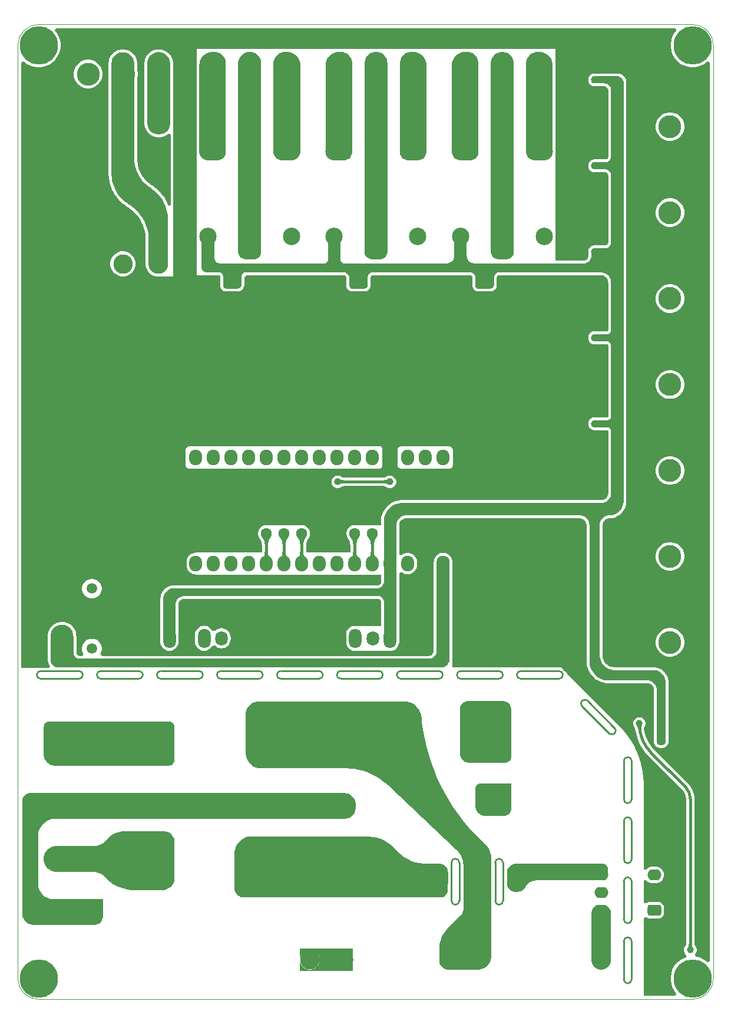
<source format=gbl>
G04*
G04 #@! TF.GenerationSoftware,Altium Limited,Altium Designer,24.7.2 (38)*
G04*
G04 Layer_Physical_Order=2*
G04 Layer_Color=16737843*
%FSAX43Y43*%
%MOMM*%
G71*
G04*
G04 #@! TF.SameCoordinates,3F101F8B-C0B2-4B88-A1E1-6A066521CB33*
G04*
G04*
G04 #@! TF.FilePolarity,Positive*
G04*
G01*
G75*
%ADD10C,0.254*%
%ADD12C,0.100*%
%ADD16C,0.400*%
%ADD41C,3.300*%
%ADD51C,1.600*%
%ADD53C,0.450*%
%ADD55C,2.500*%
%ADD56C,2.000*%
%ADD57C,3.000*%
%ADD58C,2.800*%
%ADD59C,3.200*%
%ADD60C,5.500*%
%ADD61C,3.700*%
%ADD62O,2.000X1.600*%
G04:AMPARAMS|DCode=63|XSize=2mm|YSize=1.6mm|CornerRadius=0.4mm|HoleSize=0mm|Usage=FLASHONLY|Rotation=180.000|XOffset=0mm|YOffset=0mm|HoleType=Round|Shape=RoundedRectangle|*
%AMROUNDEDRECTD63*
21,1,2.000,0.800,0,0,180.0*
21,1,1.200,1.600,0,0,180.0*
1,1,0.800,-0.600,0.400*
1,1,0.800,0.600,0.400*
1,1,0.800,0.600,-0.400*
1,1,0.800,-0.600,-0.400*
%
%ADD63ROUNDEDRECTD63*%
%ADD64O,2.500X4.000*%
%ADD65O,1.850X2.250*%
%ADD66O,1.800X2.800*%
%ADD67O,1.800X2.100*%
%ADD68C,1.500*%
%ADD69C,1.000*%
G36*
X0497107Y0674685D02*
X0497251Y0674335D01*
X0497163Y0674247D01*
X0496872Y0673846D01*
X0496647Y0673404D01*
X0496494Y0672933D01*
X0496416Y0672443D01*
Y0671947D01*
X0496494Y0671458D01*
X0496647Y0670986D01*
X0496872Y0670544D01*
X0497163Y0670143D01*
X0497514Y0669793D01*
X0497915Y0669501D01*
X0498357Y0669276D01*
X0498828Y0669123D01*
X0499318Y0669045D01*
X0499814D01*
X0500304Y0669123D01*
X0500775Y0669276D01*
X0501217Y0669501D01*
X0501618Y0669793D01*
X0501706Y0669881D01*
X0502056Y0669736D01*
X0502056Y0540655D01*
X0501706Y0540510D01*
X0501618Y0540598D01*
X0501217Y0540889D01*
X0500775Y0541115D01*
X0500303Y0541268D01*
X0500032Y0541311D01*
X0499916Y0541684D01*
X0499962Y0541730D01*
X0500080Y0541935D01*
X0500141Y0542164D01*
Y0542401D01*
X0500080Y0542630D01*
X0499962Y0542835D01*
X0499916Y0542881D01*
X0499906Y0542899D01*
X0499902Y0542903D01*
X0499900Y0542910D01*
X0499890Y0542941D01*
X0499880Y0542989D01*
X0499871Y0543045D01*
X0499851Y0543332D01*
X0499849Y0543445D01*
X0499847Y0543458D01*
Y0563974D01*
X0499851D01*
X0499814Y0564445D01*
X0499703Y0564905D01*
X0499522Y0565342D01*
X0499275Y0565745D01*
X0498972Y0566101D01*
X0498970Y0566099D01*
X0498968Y0566099D01*
X0494028Y0571039D01*
X0494014Y0571050D01*
X0493641Y0571467D01*
X0493307Y0571938D01*
X0493027Y0572443D01*
X0492806Y0572977D01*
X0492647Y0573531D01*
X0492604Y0573781D01*
X0492583Y0573924D01*
X0492576Y0574001D01*
X0492574Y0574068D01*
X0492576Y0574122D01*
X0492581Y0574161D01*
X0492586Y0574183D01*
X0492586Y0574184D01*
X0492594Y0574193D01*
X0492601Y0574208D01*
X0492636Y0574243D01*
X0492754Y0574448D01*
X0492816Y0574677D01*
Y0574914D01*
X0492754Y0575143D01*
X0492636Y0575348D01*
X0492468Y0575516D01*
X0492263Y0575634D01*
X0492034Y0575695D01*
X0491797D01*
X0491568Y0575634D01*
X0491363Y0575516D01*
X0491196Y0575348D01*
X0491077Y0575143D01*
X0491016Y0574914D01*
Y0574677D01*
X0491077Y0574448D01*
X0491196Y0574243D01*
X0491251Y0574188D01*
X0491257Y0574177D01*
X0491265Y0574160D01*
X0491274Y0574134D01*
X0491384Y0573685D01*
X0491406Y0573564D01*
X0491414Y0573543D01*
X0491430Y0573437D01*
X0491582Y0572831D01*
X0491792Y0572244D01*
X0492059Y0571680D01*
X0492379Y0571145D01*
X0492751Y0570644D01*
X0493170Y0570182D01*
X0493172Y0570184D01*
X0493172D01*
X0493172Y0570183D01*
X0498112Y0565243D01*
X0498124Y0565234D01*
X0498336Y0564975D01*
X0498503Y0564664D01*
X0498605Y0564326D01*
X0498638Y0563991D01*
X0498636Y0563974D01*
Y0543462D01*
X0498634Y0543451D01*
X0498628Y0543222D01*
X0498612Y0543048D01*
X0498603Y0542989D01*
X0498592Y0542941D01*
X0498583Y0542910D01*
X0498580Y0542903D01*
X0498577Y0542899D01*
X0498567Y0542881D01*
X0498521Y0542835D01*
X0498403Y0542630D01*
X0498341Y0542401D01*
Y0542164D01*
X0498403Y0541935D01*
X0498521Y0541730D01*
X0498667Y0541584D01*
X0498670Y0541465D01*
X0498617Y0541199D01*
X0498357Y0541115D01*
X0497915Y0540889D01*
X0497514Y0540598D01*
X0497163Y0540247D01*
X0496872Y0539846D01*
X0496647Y0539404D01*
X0496493Y0538933D01*
X0496416Y0538443D01*
Y0537947D01*
X0496493Y0537458D01*
X0496647Y0536986D01*
X0496872Y0536544D01*
X0497163Y0536143D01*
X0497251Y0536055D01*
X0497106Y0535705D01*
X0492535Y0535705D01*
X0492535Y0546874D01*
X0492819Y0546991D01*
X0492885Y0547001D01*
X0493038Y0546883D01*
X0493233Y0546803D01*
X0493441Y0546775D01*
X0494641D01*
X0494850Y0546803D01*
X0495045Y0546883D01*
X0495212Y0547012D01*
X0495340Y0547179D01*
X0495421Y0547373D01*
X0495448Y0547582D01*
Y0548382D01*
X0495421Y0548591D01*
X0495340Y0548786D01*
X0495212Y0548953D01*
X0495045Y0549081D01*
X0494850Y0549162D01*
X0494641Y0549189D01*
X0493441D01*
X0493233Y0549162D01*
X0493038Y0549081D01*
X0492885Y0548964D01*
X0492819Y0548974D01*
X0492535Y0549090D01*
Y0552223D01*
X0492678Y0552303D01*
X0492885Y0552336D01*
X0492989Y0552210D01*
X0493172Y0552060D01*
X0493380Y0551948D01*
X0493606Y0551880D01*
X0493841Y0551856D01*
X0494241D01*
X0494477Y0551880D01*
X0494703Y0551948D01*
X0494911Y0552060D01*
X0495094Y0552210D01*
X0495244Y0552392D01*
X0495355Y0552601D01*
X0495424Y0552827D01*
X0495447Y0553062D01*
X0495424Y0553297D01*
X0495355Y0553524D01*
X0495244Y0553732D01*
X0495094Y0553915D01*
X0494911Y0554065D01*
X0494703Y0554176D01*
X0494477Y0554245D01*
X0494241Y0554268D01*
X0493841D01*
X0493606Y0554245D01*
X0493380Y0554176D01*
X0493172Y0554065D01*
X0492989Y0553915D01*
X0492885Y0553788D01*
X0492678Y0553822D01*
X0492535Y0553901D01*
X0492535Y0565910D01*
X0492529Y0566308D01*
X0492477Y0567103D01*
X0492373Y0567893D01*
X0492217Y0568674D01*
X0492011Y0569443D01*
X0491755Y0570197D01*
X0491450Y0570933D01*
X0491098Y0571647D01*
X0490700Y0572337D01*
X0490257Y0572999D01*
X0489773Y0573631D01*
X0489248Y0574229D01*
X0488971Y0574516D01*
X0488971Y0574516D01*
X0481606Y0581880D01*
X0481558Y0581926D01*
X0481336Y0582184D01*
X0481127Y0582394D01*
X0481062Y0582458D01*
X0480968Y0582552D01*
X0480968Y0582552D01*
X0480671Y0582849D01*
X0465026D01*
Y0583933D01*
X0465034Y0583972D01*
X0465034Y0584095D01*
X0465034Y0584095D01*
X0465034Y0597984D01*
Y0598076D01*
X0465026Y0598115D01*
Y0598155D01*
X0464990Y0598334D01*
X0464975Y0598371D01*
X0464967Y0598410D01*
X0464898Y0598579D01*
X0464875Y0598612D01*
X0464860Y0598649D01*
X0464759Y0598801D01*
X0464730Y0598829D01*
X0464708Y0598862D01*
X0464579Y0598991D01*
X0464546Y0599014D01*
X0464517Y0599042D01*
X0464366Y0599143D01*
X0464329Y0599159D01*
X0464295Y0599181D01*
X0464127Y0599251D01*
X0464088Y0599258D01*
X0464050Y0599274D01*
X0463872Y0599309D01*
X0463832D01*
X0463792Y0599317D01*
X0463701D01*
X0463610Y0599317D01*
X0463571Y0599309D01*
X0463530D01*
X0463352Y0599274D01*
X0463315Y0599258D01*
X0463275Y0599251D01*
X0463107Y0599181D01*
X0463073Y0599159D01*
X0463036Y0599143D01*
X0462885Y0599042D01*
X0462856Y0599014D01*
X0462823Y0598991D01*
X0462694Y0598862D01*
X0462672Y0598829D01*
X0462643Y0598801D01*
X0462542Y0598649D01*
X0462527Y0598612D01*
X0462504Y0598579D01*
X0462458Y0598466D01*
X0462449Y0598423D01*
X0462433Y0598382D01*
X0462428Y0598352D01*
X0462395Y0598244D01*
X0462379Y0598082D01*
X0462375Y0598057D01*
X0462375Y0598039D01*
X0462371Y0597999D01*
X0462368Y0597984D01*
X0462368Y0597984D01*
X0462368Y0585254D01*
X0462365Y0585181D01*
X0462334Y0585029D01*
X0462279Y0584896D01*
X0462198Y0584775D01*
X0462096Y0584673D01*
X0461976Y0584592D01*
X0461842Y0584537D01*
X0461690Y0584507D01*
X0461617Y0584503D01*
X0414620Y0584503D01*
X0414433Y0584853D01*
X0414464Y0584899D01*
X0414569Y0585154D01*
X0414623Y0585425D01*
Y0585700D01*
X0414569Y0585971D01*
X0414464Y0586226D01*
X0414311Y0586455D01*
X0414116Y0586650D01*
X0413886Y0586803D01*
X0413632Y0586909D01*
X0413361Y0586963D01*
X0413085D01*
X0412815Y0586909D01*
X0412560Y0586803D01*
X0412331Y0586650D01*
X0412136Y0586455D01*
X0411983Y0586226D01*
X0411877Y0585971D01*
X0411823Y0585700D01*
Y0585425D01*
X0411877Y0585154D01*
X0411983Y0584899D01*
X0412013Y0584853D01*
X0411826Y0584503D01*
X0411501D01*
X0411451Y0584506D01*
X0411343Y0584527D01*
X0411251Y0584565D01*
X0411169Y0584620D01*
X0411098Y0584691D01*
X0411043Y0584773D01*
X0411005Y0584865D01*
X0410983Y0584973D01*
X0410981Y0585023D01*
X0410981Y0587328D01*
X0410973Y0587367D01*
Y0587529D01*
X0410894Y0587925D01*
X0410740Y0588299D01*
X0410516Y0588634D01*
X0410230Y0588920D01*
X0409894Y0589144D01*
X0409521Y0589299D01*
X0409125Y0589378D01*
X0408721D01*
X0408325Y0589299D01*
X0407952Y0589144D01*
X0407616Y0588920D01*
X0407331Y0588634D01*
X0407106Y0588299D01*
X0406952Y0587925D01*
X0406873Y0587529D01*
Y0587367D01*
X0406865Y0587328D01*
Y0584088D01*
X0406865Y0583966D01*
X0406873Y0583926D01*
Y0583886D01*
X0406921Y0583646D01*
X0406936Y0583609D01*
X0406944Y0583569D01*
X0407038Y0583343D01*
X0407060Y0583310D01*
X0407075Y0583273D01*
X0407186Y0583107D01*
X0407124Y0582867D01*
X0407017Y0582757D01*
X0405750Y0582757D01*
X0405750Y0582757D01*
X0405710Y0582749D01*
X0403076Y0582749D01*
X0403076Y0669736D01*
X0403426Y0669881D01*
X0403514Y0669793D01*
X0403915Y0669501D01*
X0404357Y0669276D01*
X0404828Y0669123D01*
X0405318Y0669045D01*
X0405814D01*
X0406304Y0669123D01*
X0406775Y0669276D01*
X0407217Y0669501D01*
X0407618Y0669793D01*
X0407969Y0670143D01*
X0408260Y0670544D01*
X0408485Y0670986D01*
X0408638Y0671458D01*
X0408716Y0671947D01*
Y0672443D01*
X0408638Y0672933D01*
X0408485Y0673404D01*
X0408260Y0673846D01*
X0407969Y0674247D01*
X0407881Y0674335D01*
X0408026Y0674685D01*
X0497107Y0674685D01*
D02*
G37*
G36*
X0463701Y0598909D02*
X0463792D01*
X0463971Y0598874D01*
X0464139Y0598804D01*
X0464291Y0598703D01*
X0464420Y0598574D01*
X0464521Y0598423D01*
X0464590Y0598254D01*
X0464626Y0598076D01*
Y0597984D01*
X0464626Y0584095D01*
X0464626Y0584095D01*
X0464626Y0583972D01*
X0464578Y0583731D01*
X0464484Y0583503D01*
X0464347Y0583298D01*
X0464173Y0583124D01*
X0463968Y0582988D01*
X0463741Y0582893D01*
X0463520Y0582849D01*
X0462776D01*
Y0582845D01*
X0408516Y0582845D01*
X0408393Y0582845D01*
X0408153Y0582893D01*
X0407927Y0582987D01*
X0407724Y0583123D01*
X0407551Y0583296D01*
X0407415Y0583499D01*
X0407321Y0583725D01*
X0407273Y0583966D01*
X0407273Y0584088D01*
Y0587328D01*
X0410573D01*
X0410573Y0585013D01*
X0410578Y0584923D01*
X0410613Y0584747D01*
X0410681Y0584580D01*
X0410781Y0584431D01*
X0410909Y0584304D01*
X0411058Y0584204D01*
X0411224Y0584135D01*
X0411401Y0584100D01*
X0411491Y0584095D01*
X0461627Y0584095D01*
X0461627Y0584095D01*
X0461740Y0584101D01*
X0461961Y0584145D01*
X0462169Y0584231D01*
X0462356Y0584356D01*
X0462515Y0584515D01*
X0462640Y0584703D01*
X0462727Y0584911D01*
X0462770Y0585131D01*
X0462776Y0585244D01*
X0462776Y0597984D01*
X0462776Y0597984D01*
X0462835Y0598310D01*
X0462881Y0598423D01*
X0462983Y0598574D01*
X0463111Y0598703D01*
X0463263Y0598804D01*
X0463431Y0598874D01*
X0463610Y0598909D01*
X0463701Y0598909D01*
D02*
G37*
G36*
X0492242Y0574406D02*
X0492215Y0574356D01*
X0492194Y0574298D01*
X0492179Y0574231D01*
X0492170Y0574155D01*
X0492166Y0574071D01*
X0492169Y0573978D01*
X0492177Y0573876D01*
X0492212Y0573647D01*
X0491807Y0573638D01*
X0491783Y0573770D01*
X0491665Y0574254D01*
X0491642Y0574315D01*
X0491619Y0574365D01*
X0491597Y0574403D01*
X0491575Y0574430D01*
X0492275Y0574447D01*
X0492242Y0574406D01*
D02*
G37*
G36*
X0472331Y0578008D02*
X0472332Y0578008D01*
X0472332D01*
X0472653Y0577966D01*
X0472665Y0577964D01*
X0472873Y0577878D01*
X0473061Y0577753D01*
X0473220Y0577593D01*
X0473345Y0577406D01*
X0473431Y0577198D01*
X0473475Y0576977D01*
X0473475Y0576864D01*
X0473475Y0569970D01*
X0473475Y0569970D01*
X0473475Y0569893D01*
X0473445Y0569742D01*
X0473386Y0569600D01*
X0473301Y0569472D01*
X0473192Y0569363D01*
X0473064Y0569277D01*
X0472921Y0569218D01*
X0472770Y0569188D01*
X0472693Y0569188D01*
X0467507Y0569188D01*
X0467371Y0569188D01*
X0467103Y0569241D01*
X0466851Y0569346D01*
X0466624Y0569497D01*
X0466431Y0569690D01*
X0466280Y0569917D01*
X0466176Y0570169D01*
X0466122Y0570437D01*
X0466122Y0570573D01*
Y0576845D01*
Y0576960D01*
X0466167Y0577185D01*
X0466255Y0577396D01*
X0466382Y0577587D01*
X0466544Y0577748D01*
X0466734Y0577876D01*
X0466946Y0577963D01*
X0467170Y0578008D01*
X0472331D01*
X0472331Y0578008D01*
D02*
G37*
G36*
X0407130Y0575099D02*
X0424231Y0575099D01*
X0424231Y0575099D01*
X0424231Y0575099D01*
X0424555Y0575036D01*
X0424643Y0575000D01*
X0424786Y0574905D01*
X0424907Y0574783D01*
X0425002Y0574641D01*
X0425068Y0574483D01*
X0425101Y0574315D01*
X0425101Y0574229D01*
X0425101Y0569619D01*
X0425101D01*
X0425101Y0569532D01*
X0425068Y0569362D01*
X0425001Y0569202D01*
X0424905Y0569057D01*
X0424782Y0568935D01*
X0424638Y0568838D01*
X0424478Y0568772D01*
X0424308Y0568738D01*
X0424221Y0568738D01*
X0407965Y0568738D01*
X0407965Y0568738D01*
X0407800D01*
X0407477Y0568802D01*
X0407172Y0568928D01*
X0406898Y0569112D01*
X0406665Y0569345D01*
X0406482Y0569619D01*
X0406356Y0569923D01*
X0406291Y0570246D01*
Y0570411D01*
Y0574260D01*
X0406291Y0574343D01*
X0406324Y0574505D01*
X0406387Y0574657D01*
X0406479Y0574795D01*
X0406596Y0574912D01*
X0406733Y0575003D01*
X0406886Y0575067D01*
X0407048Y0575099D01*
X0407130Y0575099D01*
D02*
G37*
G36*
X0473475Y0562458D02*
X0473475Y0562370D01*
X0473441Y0562198D01*
X0473374Y0562036D01*
X0473277Y0561891D01*
X0473153Y0561767D01*
X0473007Y0561669D01*
X0472845Y0561602D01*
X0472673Y0561568D01*
X0472585Y0561568D01*
X0469746D01*
X0469608Y0561568D01*
X0469337Y0561622D01*
X0469081Y0561728D01*
X0468851Y0561882D01*
X0468655Y0562077D01*
X0468501Y0562307D01*
X0468395Y0562563D01*
X0468341Y0562835D01*
X0468341Y0562973D01*
Y0562973D01*
X0468341Y0565396D01*
X0468341Y0565474D01*
X0468372Y0565628D01*
X0468432Y0565773D01*
X0468519Y0565904D01*
X0468630Y0566015D01*
X0468761Y0566102D01*
X0468906Y0566162D01*
X0469060Y0566193D01*
X0469138Y0566193D01*
X0469138Y0566193D01*
X0473475D01*
X0473475Y0562458D01*
D02*
G37*
G36*
X0449479Y0564818D02*
X0449479Y0564818D01*
X0449479D01*
X0449806Y0564786D01*
X0449964Y0564754D01*
X0450266Y0564629D01*
X0450539Y0564447D01*
X0450770Y0564215D01*
X0450952Y0563943D01*
X0451078Y0563640D01*
X0451141Y0563319D01*
X0451141Y0563155D01*
X0451141Y0562780D01*
X0451141Y0562780D01*
X0451141Y0562617D01*
X0451078Y0562295D01*
X0450952Y0561993D01*
X0450770Y0561721D01*
X0450539Y0561489D01*
X0450267Y0561307D01*
X0449964Y0561182D01*
X0449643Y0561118D01*
X0449479Y0561118D01*
X0407976Y0561118D01*
X0407976Y0561118D01*
X0407814Y0561113D01*
X0407493Y0561070D01*
X0407179Y0560987D01*
X0406879Y0560862D01*
X0406599Y0560700D01*
X0406341Y0560503D01*
X0406112Y0560273D01*
X0405914Y0560016D01*
X0405752Y0559735D01*
X0405628Y0559435D01*
X0405544Y0559122D01*
X0405502Y0558800D01*
X0405496Y0558638D01*
Y0551812D01*
X0405501Y0551666D01*
X0405539Y0551376D01*
X0405615Y0551094D01*
X0405727Y0550824D01*
X0405873Y0550571D01*
X0406051Y0550339D01*
X0406257Y0550132D01*
X0406489Y0549954D01*
X0406742Y0549808D01*
X0407012Y0549696D01*
X0407295Y0549621D01*
X0407585Y0549583D01*
X0407731Y0549578D01*
X0414819D01*
Y0547131D01*
X0414819Y0547131D01*
Y0547008D01*
X0414771Y0546765D01*
X0414676Y0546537D01*
X0414539Y0546332D01*
X0414365Y0546158D01*
X0414159Y0546021D01*
X0413931Y0545926D01*
X0413689Y0545878D01*
X0413566D01*
X0404908Y0545878D01*
X0404908Y0545878D01*
X0404739Y0545878D01*
X0404409Y0545944D01*
X0404097Y0546073D01*
X0403817Y0546260D01*
X0403579Y0546499D01*
X0403391Y0546779D01*
X0403262Y0547090D01*
X0403196Y0547421D01*
X0403196Y0547590D01*
Y0563641D01*
X0403196Y0563641D01*
X0403240Y0563973D01*
X0403241Y0563980D01*
X0403329Y0564192D01*
X0403456Y0564382D01*
X0403618Y0564544D01*
X0403808Y0564671D01*
X0404019Y0564758D01*
X0404244Y0564803D01*
X0404358Y0564803D01*
X0410601Y0564803D01*
Y0564818D01*
X0449479Y0564818D01*
X0449479Y0564818D01*
D02*
G37*
G36*
X0452770Y0558565D02*
X0452770Y0558565D01*
X0452770D01*
X0453100Y0558562D01*
X0453653Y0558502D01*
X0454230Y0558376D01*
X0454790Y0558188D01*
X0455327Y0557941D01*
X0455834Y0557639D01*
X0456306Y0557283D01*
X0456702Y0556911D01*
X0456929Y0556655D01*
X0456929Y0556655D01*
X0456929Y0556655D01*
X0456929Y0556655D01*
X0456929Y0556654D01*
X0457138Y0556424D01*
X0457162Y0556401D01*
X0457591Y0556000D01*
X0458087Y0555626D01*
X0458620Y0555307D01*
X0459184Y0555048D01*
X0459773Y0554851D01*
X0460380Y0554718D01*
X0460998Y0554651D01*
X0461308Y0554643D01*
X0463231Y0554643D01*
X0463231Y0554643D01*
X0463231Y0554643D01*
X0463563Y0554600D01*
X0463569Y0554598D01*
X0463781Y0554511D01*
X0463971Y0554384D01*
X0464132Y0554222D01*
X0464259Y0554032D01*
X0464347Y0553821D01*
X0464391Y0553597D01*
X0464391Y0553482D01*
X0464391Y0550931D01*
X0464391D01*
X0464391Y0550823D01*
X0464349Y0550612D01*
X0464267Y0550413D01*
X0464147Y0550234D01*
X0463995Y0550082D01*
X0463816Y0549962D01*
X0463617Y0549880D01*
X0463406Y0549838D01*
X0463298Y0549838D01*
X0435005Y0549838D01*
X0435005Y0549838D01*
X0434881Y0549838D01*
X0434638Y0549886D01*
X0434409Y0549981D01*
X0434203Y0550119D01*
X0434027Y0550294D01*
X0433890Y0550500D01*
X0433795Y0550729D01*
X0433746Y0550972D01*
X0433746Y0551096D01*
X0433746Y0556190D01*
X0433746Y0556190D01*
Y0556346D01*
X0433787Y0556654D01*
X0433868Y0556955D01*
X0433987Y0557243D01*
X0434143Y0557512D01*
X0434332Y0557759D01*
X0434552Y0557980D01*
X0434799Y0558169D01*
X0435069Y0558325D01*
X0435357Y0558444D01*
X0435657Y0558525D01*
X0435966Y0558565D01*
X0436122Y0558565D01*
X0452770Y0558565D01*
X0452770Y0558565D01*
D02*
G37*
G36*
X0417762Y0559294D02*
X0423619Y0559294D01*
X0423619Y0559294D01*
X0423619Y0559294D01*
X0423619D01*
X0423953Y0559256D01*
X0424051Y0559237D01*
X0424321Y0559125D01*
X0424564Y0558963D01*
X0424770Y0558756D01*
X0424933Y0558513D01*
X0425044Y0558244D01*
X0425101Y0557957D01*
X0425101Y0557811D01*
X0425101Y0552660D01*
X0425101Y0552660D01*
X0425101Y0552660D01*
Y0552660D01*
X0425072Y0552338D01*
X0425034Y0552148D01*
X0424902Y0551828D01*
X0424709Y0551540D01*
X0424465Y0551295D01*
X0424177Y0551103D01*
X0423857Y0550971D01*
X0423517Y0550903D01*
X0423344Y0550903D01*
X0419191Y0550903D01*
X0419191Y0550903D01*
X0418914Y0550903D01*
X0418363Y0550961D01*
X0417822Y0551075D01*
X0417295Y0551246D01*
X0416789Y0551470D01*
X0416309Y0551746D01*
X0415860Y0552071D01*
X0415448Y0552440D01*
X0415262Y0552645D01*
X0415262Y0552645D01*
X0415169Y0552743D01*
X0414967Y0552924D01*
X0414748Y0553082D01*
X0414513Y0553217D01*
X0414266Y0553327D01*
X0414008Y0553410D01*
X0413743Y0553466D01*
X0413474Y0553495D01*
X0413339Y0553498D01*
X0410615Y0553498D01*
X0408167D01*
X0408167Y0553498D01*
X0407982Y0553498D01*
X0407620Y0553570D01*
X0407279Y0553712D01*
X0406971Y0553917D01*
X0406710Y0554178D01*
X0406505Y0554485D01*
X0406364Y0554827D01*
X0406291Y0555189D01*
X0406291Y0555374D01*
Y0555553D01*
X0406362Y0555906D01*
X0406499Y0556238D01*
X0406699Y0556537D01*
X0406953Y0556791D01*
X0407252Y0556990D01*
X0407584Y0557128D01*
X0407936Y0557198D01*
X0408116D01*
X0413379Y0557198D01*
X0413379Y0557198D01*
X0413379Y0557198D01*
X0413379Y0557198D01*
X0413523Y0557202D01*
X0413811Y0557234D01*
X0414093Y0557298D01*
X0414366Y0557393D01*
X0414627Y0557518D01*
X0414872Y0557671D01*
X0415099Y0557850D01*
X0415304Y0558054D01*
X0415398Y0558164D01*
X0415398Y0558164D01*
X0415398D01*
X0415505Y0558296D01*
X0415746Y0558534D01*
X0416012Y0558744D01*
X0416299Y0558924D01*
X0416605Y0559070D01*
X0416925Y0559181D01*
X0417256Y0559256D01*
X0417593Y0559294D01*
X0417762Y0559294D01*
D02*
G37*
G36*
X0486861Y0554613D02*
X0487005Y0554553D01*
X0487135Y0554466D01*
X0487245Y0554356D01*
X0487331Y0554227D01*
X0487353Y0554174D01*
X0487421Y0553852D01*
X0487421Y0553852D01*
X0487421Y0553852D01*
X0487421Y0553044D01*
X0487421Y0552967D01*
X0487391Y0552816D01*
X0487333Y0552674D01*
X0487247Y0552546D01*
X0487138Y0552437D01*
X0487010Y0552351D01*
X0486956Y0552329D01*
X0486641Y0552262D01*
X0486640Y0552262D01*
X0486640Y0552262D01*
X0486640Y0552262D01*
X0477011Y0552262D01*
X0476897Y0552258D01*
X0476671Y0552226D01*
X0476453Y0552163D01*
X0476245Y0552070D01*
X0476052Y0551948D01*
X0475879Y0551801D01*
X0475727Y0551630D01*
X0475602Y0551441D01*
X0475549Y0551340D01*
X0475549Y0551340D01*
X0475512Y0551262D01*
X0475417Y0551118D01*
X0475302Y0550989D01*
X0475171Y0550878D01*
X0475025Y0550786D01*
X0474868Y0550715D01*
X0474768Y0550686D01*
X0474446Y0550643D01*
X0474445Y0550643D01*
X0474445Y0550643D01*
X0474445Y0550643D01*
X0474110Y0550643D01*
X0473990Y0550643D01*
X0473754Y0550690D01*
X0473533Y0550782D01*
X0473333Y0550915D01*
X0473163Y0551085D01*
X0473030Y0551284D01*
X0472938Y0551506D01*
X0472931Y0551540D01*
X0472891Y0551861D01*
X0472891Y0551861D01*
X0472891D01*
Y0553413D01*
X0472891Y0553534D01*
X0472939Y0553772D01*
X0473031Y0553996D01*
X0473166Y0554197D01*
X0473337Y0554368D01*
X0473539Y0554503D01*
X0473763Y0554596D01*
X0474000Y0554643D01*
X0474122Y0554643D01*
X0474122Y0554643D01*
X0486708D01*
X0486861Y0554613D01*
D02*
G37*
G36*
X0499443Y0543315D02*
X0499465Y0542998D01*
X0499479Y0542913D01*
X0499495Y0542838D01*
X0499515Y0542773D01*
X0499537Y0542718D01*
X0499563Y0542674D01*
X0499591Y0542639D01*
X0498891D01*
X0498920Y0542674D01*
X0498945Y0542718D01*
X0498968Y0542773D01*
X0498987Y0542838D01*
X0499004Y0542913D01*
X0499017Y0542998D01*
X0499035Y0543199D01*
X0499041Y0543440D01*
X0499441D01*
X0499443Y0543315D01*
D02*
G37*
G36*
X0486971Y0548736D02*
X0487190Y0548646D01*
X0487386Y0548514D01*
X0487554Y0548347D01*
X0487685Y0548151D01*
X0487775Y0547932D01*
X0487821Y0547700D01*
Y0547582D01*
Y0540848D01*
Y0540710D01*
X0487768Y0540440D01*
X0487662Y0540185D01*
X0487509Y0539956D01*
X0487314Y0539761D01*
X0487085Y0539607D01*
X0486830Y0539502D01*
X0486559Y0539448D01*
X0486284D01*
X0486013Y0539502D01*
X0485758Y0539607D01*
X0485529Y0539761D01*
X0485334Y0539956D01*
X0485181Y0540185D01*
X0485075Y0540440D01*
X0485021Y0540710D01*
Y0540848D01*
Y0547562D01*
Y0547682D01*
X0485068Y0547918D01*
X0485160Y0548140D01*
X0485294Y0548340D01*
X0485464Y0548510D01*
X0485664Y0548643D01*
X0485886Y0548735D01*
X0486121Y0548782D01*
X0486740D01*
X0486971Y0548736D01*
D02*
G37*
G36*
X0450759Y0539248D02*
X0443141Y0539248D01*
Y0540455D01*
X0443191Y0540460D01*
X0443195Y0540440D01*
X0443301Y0540185D01*
X0443454Y0539956D01*
X0443649Y0539761D01*
X0443878Y0539607D01*
X0444133Y0539502D01*
X0444404Y0539448D01*
X0444679D01*
X0444950Y0539502D01*
X0445205Y0539607D01*
X0445434Y0539761D01*
X0445629Y0539956D01*
X0445782Y0540185D01*
X0445888Y0540440D01*
X0445941Y0540710D01*
Y0540986D01*
X0445888Y0541256D01*
X0445782Y0541511D01*
X0445629Y0541740D01*
X0445434Y0541935D01*
X0445205Y0542089D01*
X0444950Y0542194D01*
X0444679Y0542248D01*
X0444404D01*
X0444133Y0542194D01*
X0443878Y0542089D01*
X0443649Y0541935D01*
X0443454Y0541740D01*
X0443301Y0541511D01*
X0443195Y0541256D01*
X0443191Y0541236D01*
X0443141Y0541241D01*
Y0542448D01*
X0450759D01*
Y0539248D01*
D02*
G37*
G36*
X0458530Y0577937D02*
X0458835Y0577860D01*
X0459129Y0577746D01*
X0459407Y0577597D01*
X0459664Y0577415D01*
X0459896Y0577203D01*
X0460101Y0576963D01*
X0460275Y0576701D01*
X0460415Y0576419D01*
X0460519Y0576121D01*
X0460586Y0575814D01*
X0460600Y0575657D01*
X0460600D01*
X0460661Y0575060D01*
X0460822Y0573871D01*
X0461034Y0572691D01*
X0461297Y0571520D01*
X0461611Y0570362D01*
X0461974Y0569219D01*
X0462387Y0568093D01*
X0462848Y0566986D01*
X0463357Y0565900D01*
X0463913Y0564836D01*
X0464514Y0563798D01*
X0465159Y0562787D01*
X0465848Y0561805D01*
X0466579Y0560854D01*
X0467351Y0559936D01*
X0468161Y0559052D01*
X0468581Y0558623D01*
X0468581Y0558623D01*
X0468581Y0558623D01*
X0469902Y0557301D01*
X0469990Y0557214D01*
X0470147Y0557022D01*
X0470285Y0556816D01*
X0470402Y0556597D01*
X0470497Y0556368D01*
X0470569Y0556131D01*
X0470617Y0555888D01*
X0470622Y0555841D01*
X0470641Y0555517D01*
Y0555517D01*
X0470641D01*
X0470641Y0555517D01*
X0470641Y0541441D01*
X0470641Y0541244D01*
X0470565Y0540858D01*
X0470414Y0540494D01*
X0470195Y0540167D01*
X0469917Y0539889D01*
X0469590Y0539670D01*
X0469226Y0539519D01*
X0468840Y0539443D01*
X0468643Y0539443D01*
X0464523D01*
X0464387Y0539443D01*
X0464120Y0539496D01*
X0463869Y0539600D01*
X0463642Y0539751D01*
X0463450Y0539943D01*
X0463299Y0540170D01*
X0463195Y0540421D01*
X0463141Y0540688D01*
X0463141Y0540824D01*
X0463141Y0540824D01*
X0463141Y0542380D01*
X0463141Y0542591D01*
X0463183Y0543011D01*
X0463265Y0543425D01*
X0463388Y0543828D01*
X0463549Y0544218D01*
X0463748Y0544590D01*
X0463982Y0544941D01*
X0464250Y0545267D01*
X0464399Y0545417D01*
X0464399Y0545417D01*
X0466281Y0547298D01*
X0466362Y0547387D01*
X0466496Y0547588D01*
X0466589Y0547811D01*
X0466636Y0548048D01*
X0466641Y0548169D01*
X0466641Y0548169D01*
X0466641Y0554216D01*
X0466637Y0554392D01*
X0466601Y0554742D01*
X0466530Y0555087D01*
X0466424Y0555423D01*
X0466284Y0555746D01*
X0466112Y0556054D01*
X0465910Y0556342D01*
X0465679Y0556608D01*
X0465554Y0556732D01*
X0465554Y0556732D01*
X0455808Y0565911D01*
X0455597Y0566103D01*
X0455157Y0566467D01*
X0454696Y0566804D01*
X0454214Y0567110D01*
X0453714Y0567385D01*
X0453198Y0567629D01*
X0452667Y0567839D01*
X0452124Y0568016D01*
X0451572Y0568158D01*
X0451011Y0568266D01*
X0450444Y0568337D01*
X0449913Y0568371D01*
X0449875Y0568373D01*
X0449596Y0568378D01*
X0449589Y0568378D01*
X0449589Y0568378D01*
Y0568378D01*
X0437500Y0568378D01*
X0437358Y0568378D01*
X0437078Y0568415D01*
X0436805Y0568488D01*
X0436543Y0568596D01*
X0436298Y0568738D01*
X0436073Y0568910D01*
X0435873Y0569110D01*
X0435701Y0569335D01*
X0435560Y0569580D01*
X0435451Y0569841D01*
X0435378Y0570115D01*
X0435341Y0570395D01*
X0435341Y0570537D01*
X0435341Y0570537D01*
X0435343Y0576156D01*
X0435343Y0576334D01*
X0435413Y0576684D01*
X0435549Y0577014D01*
X0435747Y0577310D01*
X0436000Y0577562D01*
X0436296Y0577760D01*
X0436625Y0577897D01*
X0436975Y0577966D01*
X0437153Y0577967D01*
X0437153Y0577967D01*
X0458060Y0577975D01*
X0458217Y0577975D01*
X0458530Y0577937D01*
D02*
G37*
%LPC*%
G36*
X0477736Y0671659D02*
X0477548Y0671659D01*
X0477313Y0671659D01*
X0477313Y0671659D01*
X0477148D01*
X0477108Y0671652D01*
X0472416D01*
X0472377Y0671659D01*
X0472215Y0671659D01*
X0472052Y0671659D01*
X0472012Y0671652D01*
X0467203D01*
X0467147Y0671657D01*
X0467126Y0671655D01*
X0467105Y0671659D01*
X0466682Y0671659D01*
X0466643Y0671652D01*
X0459625D01*
X0459586Y0671659D01*
X0459398Y0671659D01*
X0459163Y0671659D01*
X0459163Y0671659D01*
X0458998D01*
X0458958Y0671652D01*
X0454266D01*
X0454227Y0671659D01*
X0454065Y0671659D01*
X0453902Y0671659D01*
X0453862Y0671652D01*
X0449053D01*
X0448997Y0671657D01*
X0448976Y0671655D01*
X0448955Y0671659D01*
X0448532Y0671659D01*
X0448493Y0671652D01*
X0441475D01*
X0441436Y0671659D01*
X0441248Y0671659D01*
X0440848Y0671659D01*
X0440808Y0671652D01*
X0436012D01*
X0435957Y0671657D01*
X0435915Y0671653D01*
X0435873Y0671657D01*
X0435818Y0671652D01*
X0430903D01*
X0430846Y0671657D01*
X0430826Y0671655D01*
X0430805Y0671659D01*
X0430382Y0671659D01*
X0430343Y0671652D01*
X0428266D01*
Y0671458D01*
X0428261D01*
Y0669469D01*
X0428253Y0669375D01*
X0428255Y0669358D01*
X0428251Y0669341D01*
Y0669341D01*
X0428251Y0669341D01*
X0428251Y0656945D01*
X0428251Y0656883D01*
X0428251Y0656883D01*
X0428251Y0656883D01*
Y0656821D01*
X0428259Y0656782D01*
X0428259Y0656742D01*
X0428261Y0656734D01*
Y0644911D01*
X0428259Y0644903D01*
Y0644578D01*
X0428261Y0644570D01*
Y0639185D01*
X0428659D01*
Y0639185D01*
X0429636D01*
X0429675Y0639178D01*
X0429753Y0639178D01*
X0431528Y0639178D01*
X0431548Y0639176D01*
X0431602Y0639153D01*
X0431630Y0639126D01*
X0431652Y0639071D01*
X0431654Y0639051D01*
Y0637764D01*
X0431654Y0637714D01*
X0431662Y0637674D01*
Y0637634D01*
X0431682Y0637535D01*
X0431697Y0637498D01*
X0431705Y0637459D01*
X0431727Y0637405D01*
X0431730Y0637393D01*
X0431737Y0637383D01*
X0431744Y0637366D01*
X0431764Y0637335D01*
X0431767Y0637331D01*
X0431781Y0637295D01*
X0431824Y0637231D01*
X0431849Y0637188D01*
X0432016Y0637021D01*
X0432222Y0636902D01*
X0432451Y0636841D01*
X0432688D01*
X0432700Y0636844D01*
X0434113D01*
X0434172Y0636844D01*
X0434211Y0636852D01*
X0434252D01*
X0434368Y0636875D01*
X0434405Y0636891D01*
X0434444Y0636898D01*
X0434554Y0636944D01*
X0434587Y0636966D01*
X0434624Y0636981D01*
X0434722Y0637047D01*
X0434751Y0637076D01*
X0434784Y0637098D01*
X0434868Y0637182D01*
X0434890Y0637215D01*
X0434919Y0637243D01*
X0434984Y0637342D01*
X0435000Y0637379D01*
X0435022Y0637412D01*
X0435067Y0637522D01*
X0435075Y0637561D01*
X0435091Y0637598D01*
X0435114Y0637714D01*
Y0637754D01*
X0435122Y0637794D01*
X0435122Y0637853D01*
X0435122Y0637853D01*
Y0638901D01*
X0435398Y0639178D01*
X0449402Y0639178D01*
X0449440Y0639176D01*
X0449525Y0639159D01*
X0449596Y0639130D01*
X0449660Y0639087D01*
X0449714Y0639033D01*
X0449756Y0638969D01*
X0449785Y0638899D01*
X0449802Y0638814D01*
X0449804Y0638775D01*
Y0637731D01*
X0449804Y0637636D01*
X0449804Y0637636D01*
X0449823Y0637543D01*
X0449835Y0637480D01*
X0449835Y0637480D01*
X0449835Y0637480D01*
X0449908Y0637304D01*
X0449908Y0637304D01*
X0449908Y0637304D01*
X0449953Y0637237D01*
X0449997Y0637171D01*
X0449997Y0637171D01*
X0449997Y0637171D01*
X0450131Y0637037D01*
X0450132Y0637037D01*
X0450132Y0637037D01*
X0450202Y0636989D01*
X0450264Y0636948D01*
X0450264Y0636948D01*
X0450264Y0636948D01*
X0450363Y0636907D01*
X0450372Y0636902D01*
X0450382Y0636899D01*
X0450440Y0636875D01*
X0450440Y0636875D01*
X0450440Y0636875D01*
X0450519Y0636860D01*
X0450564Y0636851D01*
X0450601Y0636841D01*
X0450837D01*
X0450850Y0636844D01*
X0452323D01*
X0452376Y0636844D01*
X0452416Y0636852D01*
X0452456D01*
X0452561Y0636873D01*
X0452598Y0636888D01*
X0452637Y0636896D01*
X0452736Y0636937D01*
X0452769Y0636959D01*
X0452807Y0636975D01*
X0452895Y0637034D01*
X0452924Y0637062D01*
X0452957Y0637085D01*
X0453033Y0637160D01*
X0453055Y0637194D01*
X0453084Y0637222D01*
X0453143Y0637311D01*
X0453158Y0637348D01*
X0453181Y0637382D01*
X0453222Y0637481D01*
X0453229Y0637520D01*
X0453245Y0637557D01*
X0453266Y0637662D01*
Y0637702D01*
X0453274Y0637742D01*
X0453274Y0637795D01*
X0453274Y0637795D01*
Y0638838D01*
X0453275Y0638870D01*
X0453290Y0638943D01*
X0453314Y0639002D01*
X0453350Y0639056D01*
X0453395Y0639101D01*
X0453449Y0639137D01*
X0453508Y0639161D01*
X0453581Y0639176D01*
X0453614Y0639178D01*
X0467576Y0639178D01*
X0467612Y0639176D01*
X0467692Y0639160D01*
X0467759Y0639132D01*
X0467818Y0639092D01*
X0467869Y0639042D01*
X0467909Y0638982D01*
X0467937Y0638916D01*
X0467952Y0638835D01*
X0467954Y0638799D01*
Y0637669D01*
X0467954Y0637586D01*
X0467954Y0637586D01*
X0467954Y0637586D01*
X0467970Y0637506D01*
X0467985Y0637430D01*
X0467985Y0637430D01*
X0467985Y0637430D01*
X0468049Y0637277D01*
X0468049Y0637277D01*
X0468049Y0637277D01*
X0468088Y0637219D01*
X0468137Y0637144D01*
X0468137Y0637144D01*
X0468137Y0637144D01*
X0468254Y0637027D01*
X0468254Y0637027D01*
X0468255Y0637027D01*
X0468329Y0636978D01*
X0468387Y0636939D01*
X0468387Y0636939D01*
X0468387Y0636939D01*
X0468540Y0636875D01*
X0468540Y0636875D01*
X0468540Y0636875D01*
X0468616Y0636860D01*
X0468696Y0636844D01*
X0468696Y0636844D01*
X0468696Y0636844D01*
X0468738Y0636844D01*
X0468751Y0636841D01*
X0468988D01*
X0469000Y0636844D01*
X0470482D01*
X0470521Y0636852D01*
X0470562D01*
X0470676Y0636875D01*
X0470713Y0636890D01*
X0470752Y0636898D01*
X0470860Y0636942D01*
X0470893Y0636965D01*
X0470930Y0636980D01*
X0471027Y0637045D01*
X0471055Y0637073D01*
X0471089Y0637096D01*
X0471171Y0637178D01*
X0471193Y0637211D01*
X0471222Y0637240D01*
X0471286Y0637336D01*
X0471302Y0637373D01*
X0471324Y0637407D01*
X0471369Y0637514D01*
X0471377Y0637554D01*
X0471392Y0637591D01*
X0471415Y0637705D01*
Y0637745D01*
X0471422Y0637785D01*
Y0637843D01*
X0471422Y0637843D01*
Y0638845D01*
X0471424Y0638876D01*
X0471438Y0638948D01*
X0471462Y0639006D01*
X0471497Y0639058D01*
X0471542Y0639103D01*
X0471594Y0639138D01*
X0471652Y0639162D01*
X0471724Y0639176D01*
X0471755Y0639178D01*
X0486411Y0639178D01*
X0486510Y0639173D01*
X0486715Y0639132D01*
X0486898Y0639056D01*
X0487063Y0638946D01*
X0487203Y0638806D01*
X0487313Y0638641D01*
X0487389Y0638458D01*
X0487429Y0638254D01*
X0487434Y0638154D01*
X0487434Y0631344D01*
X0487433Y0631322D01*
X0487423Y0631271D01*
X0487407Y0631232D01*
X0487384Y0631198D01*
X0487354Y0631168D01*
X0487319Y0631144D01*
X0487280Y0631128D01*
X0487229Y0631118D01*
X0487208Y0631117D01*
X0485456Y0631117D01*
X0485363Y0631117D01*
X0485362Y0631117D01*
X0485362Y0631117D01*
X0485284Y0631102D01*
X0485206Y0631086D01*
X0485206Y0631086D01*
X0485206Y0631086D01*
X0485033Y0631015D01*
X0485033Y0631015D01*
X0485033Y0631015D01*
X0484967Y0630971D01*
X0484901Y0630926D01*
X0484900Y0630926D01*
X0484900Y0630926D01*
X0484805Y0630831D01*
X0484800Y0630823D01*
X0484792Y0630817D01*
X0484757Y0630759D01*
X0484753Y0630755D01*
X0484743Y0630738D01*
X0484717Y0630699D01*
X0484715Y0630689D01*
X0484711Y0630682D01*
X0484710Y0630680D01*
X0484710Y0630680D01*
X0484634Y0630550D01*
X0484573Y0630321D01*
Y0630084D01*
X0484634Y0629855D01*
X0484644Y0629838D01*
X0484660Y0629799D01*
X0484668Y0629757D01*
X0484677Y0629735D01*
X0484677Y0629735D01*
X0484677Y0629735D01*
X0484698Y0629705D01*
X0484703Y0629690D01*
X0484716Y0629678D01*
X0484766Y0629603D01*
X0484766Y0629603D01*
X0484766Y0629603D01*
X0484895Y0629474D01*
X0484895Y0629474D01*
X0484895Y0629474D01*
X0484960Y0629430D01*
X0485027Y0629386D01*
X0485027Y0629386D01*
X0485027Y0629386D01*
X0485195Y0629316D01*
X0485195Y0629316D01*
X0485195Y0629316D01*
X0485281Y0629299D01*
X0485351Y0629285D01*
X0485352Y0629285D01*
X0485352Y0629285D01*
X0485443Y0629285D01*
X0487233Y0629285D01*
X0487252Y0629284D01*
X0487298Y0629275D01*
X0487332Y0629261D01*
X0487363Y0629240D01*
X0487389Y0629214D01*
X0487410Y0629183D01*
X0487424Y0629149D01*
X0487433Y0629103D01*
X0487434Y0629084D01*
Y0618940D01*
X0487433Y0618925D01*
X0487425Y0618885D01*
X0487414Y0618857D01*
X0487397Y0618831D01*
X0487375Y0618810D01*
X0487350Y0618793D01*
X0487321Y0618781D01*
X0487282Y0618773D01*
X0487266Y0618772D01*
X0485456Y0618772D01*
X0485363Y0618772D01*
X0485362Y0618772D01*
X0485362Y0618772D01*
X0485284Y0618757D01*
X0485206Y0618741D01*
X0485206Y0618741D01*
X0485206Y0618741D01*
X0485033Y0618670D01*
X0485033Y0618670D01*
X0485033Y0618670D01*
X0484967Y0618626D01*
X0484900Y0618581D01*
X0484900Y0618581D01*
X0484900Y0618581D01*
X0484805Y0618486D01*
X0484800Y0618478D01*
X0484792Y0618472D01*
X0484757Y0618414D01*
X0484753Y0618410D01*
X0484743Y0618393D01*
X0484717Y0618354D01*
X0484715Y0618344D01*
X0484711Y0618337D01*
X0484710Y0618335D01*
X0484710Y0618335D01*
X0484634Y0618205D01*
X0484573Y0617976D01*
Y0617739D01*
X0484634Y0617510D01*
X0484644Y0617493D01*
X0484660Y0617454D01*
X0484668Y0617412D01*
X0484677Y0617390D01*
X0484677Y0617390D01*
X0484677Y0617390D01*
X0484698Y0617360D01*
X0484703Y0617345D01*
X0484716Y0617333D01*
X0484766Y0617258D01*
X0484766Y0617258D01*
X0484766Y0617258D01*
X0484895Y0617129D01*
X0484895Y0617129D01*
X0484895Y0617129D01*
X0484960Y0617085D01*
X0485027Y0617041D01*
X0485027Y0617041D01*
X0485027Y0617041D01*
X0485195Y0616971D01*
X0485195Y0616971D01*
X0485195Y0616971D01*
X0485281Y0616954D01*
X0485351Y0616940D01*
X0485352Y0616940D01*
X0485352Y0616940D01*
X0485443Y0616940D01*
X0487278Y0616940D01*
X0487292Y0616939D01*
X0487330Y0616932D01*
X0487356Y0616921D01*
X0487380Y0616905D01*
X0487400Y0616885D01*
X0487415Y0616862D01*
X0487426Y0616836D01*
X0487434Y0616798D01*
X0487434Y0616784D01*
X0487434Y0607865D01*
X0487430Y0607770D01*
X0487391Y0607575D01*
X0487318Y0607400D01*
X0487213Y0607243D01*
X0487080Y0607109D01*
X0486922Y0607004D01*
X0486747Y0606932D01*
X0486552Y0606893D01*
X0486457Y0606888D01*
X0457867Y0606888D01*
X0457691Y0606888D01*
X0457665Y0606883D01*
X0457638Y0606885D01*
X0457289Y0606839D01*
X0457263Y0606830D01*
X0457236Y0606828D01*
X0456896Y0606737D01*
X0456872Y0606725D01*
X0456846Y0606720D01*
X0456520Y0606585D01*
X0456498Y0606570D01*
X0456473Y0606562D01*
X0456168Y0606386D01*
X0456147Y0606368D01*
X0456123Y0606356D01*
X0455844Y0606142D01*
X0455826Y0606121D01*
X0455804Y0606107D01*
X0455555Y0605858D01*
X0455540Y0605835D01*
X0455520Y0605817D01*
X0455305Y0605538D01*
X0455293Y0605514D01*
X0455276Y0605494D01*
X0455100Y0605189D01*
X0455091Y0605163D01*
X0455076Y0605141D01*
X0454941Y0604815D01*
X0454936Y0604789D01*
X0454924Y0604765D01*
X0454833Y0604425D01*
X0454831Y0604398D01*
X0454823Y0604372D01*
X0454777Y0604023D01*
X0454778Y0603997D01*
X0454773Y0603970D01*
X0454773Y0603794D01*
Y0603284D01*
X0453659D01*
X0453659Y0603284D01*
X0453423D01*
X0453423Y0603284D01*
X0450883D01*
X0450651Y0603238D01*
X0450433Y0603148D01*
X0450236Y0603016D01*
X0450069Y0602849D01*
X0449938Y0602653D01*
X0449847Y0602434D01*
X0449801Y0602203D01*
Y0601966D01*
X0449847Y0601734D01*
X0449938Y0601516D01*
X0450069Y0601319D01*
X0450121Y0601267D01*
X0450135Y0601244D01*
X0450181Y0601192D01*
X0450209Y0601149D01*
X0450239Y0601090D01*
X0450269Y0601013D01*
X0450297Y0600919D01*
X0450321Y0600807D01*
X0450340Y0600683D01*
X0450365Y0600368D01*
X0450368Y0600190D01*
X0450371Y0600179D01*
Y0599796D01*
X0450368Y0599784D01*
X0450366Y0599605D01*
X0450355Y0599401D01*
X0444031D01*
X0444016Y0599609D01*
X0444014Y0599784D01*
X0444011Y0599796D01*
Y0600179D01*
X0444014Y0600190D01*
X0444017Y0600368D01*
X0444042Y0600683D01*
X0444061Y0600807D01*
X0444085Y0600919D01*
X0444113Y0601013D01*
X0444143Y0601090D01*
X0444173Y0601149D01*
X0444202Y0601192D01*
X0444247Y0601244D01*
X0444261Y0601267D01*
X0444313Y0601319D01*
X0444444Y0601516D01*
X0444535Y0601734D01*
X0444581Y0601966D01*
Y0602203D01*
X0444535Y0602434D01*
X0444444Y0602653D01*
X0444313Y0602849D01*
X0444146Y0603016D01*
X0443949Y0603148D01*
X0443731Y0603238D01*
X0443499Y0603284D01*
X0443263D01*
X0443263Y0603284D01*
X0438183D01*
Y0603284D01*
X0437951Y0603238D01*
X0437733Y0603148D01*
X0437536Y0603016D01*
X0437369Y0602849D01*
X0437238Y0602653D01*
X0437147Y0602434D01*
X0437101Y0602203D01*
Y0601966D01*
X0437147Y0601734D01*
X0437238Y0601516D01*
X0437369Y0601319D01*
X0437421Y0601267D01*
X0437435Y0601244D01*
X0437480Y0601192D01*
X0437509Y0601149D01*
X0437539Y0601090D01*
X0437569Y0601013D01*
X0437597Y0600919D01*
X0437621Y0600807D01*
X0437641Y0600683D01*
X0437665Y0600368D01*
X0437668Y0600190D01*
X0437671Y0600179D01*
Y0599796D01*
X0437668Y0599784D01*
X0437666Y0599605D01*
X0437655Y0599401D01*
X0428124D01*
Y0599314D01*
X0427881Y0599290D01*
X0427632Y0599214D01*
X0427401Y0599091D01*
X0427200Y0598926D01*
X0427034Y0598724D01*
X0426911Y0598494D01*
X0426835Y0598244D01*
X0426810Y0597984D01*
Y0597584D01*
X0426835Y0597325D01*
X0426911Y0597075D01*
X0427034Y0596845D01*
X0427200Y0596643D01*
X0427401Y0596477D01*
X0427632Y0596354D01*
X0427881Y0596279D01*
X0428124Y0596255D01*
Y0596159D01*
X0454773D01*
X0454773Y0595147D01*
X0454771Y0595100D01*
X0454751Y0594997D01*
X0454714Y0594910D01*
X0454662Y0594831D01*
X0454595Y0594764D01*
X0454516Y0594712D01*
X0454456Y0594687D01*
X0454456Y0594687D01*
X0454456Y0594687D01*
X0454429Y0594676D01*
X0454327Y0594655D01*
X0454279Y0594653D01*
X0425256Y0594653D01*
X0425073Y0594653D01*
X0424914Y0594653D01*
X0424874Y0594645D01*
X0424834Y0594645D01*
X0424522Y0594583D01*
X0424485Y0594568D01*
X0424445Y0594560D01*
X0424151Y0594438D01*
X0424117Y0594416D01*
X0424080Y0594401D01*
X0423815Y0594224D01*
X0423787Y0594195D01*
X0423754Y0594173D01*
X0423528Y0593948D01*
X0423506Y0593914D01*
X0423478Y0593886D01*
X0423301Y0593621D01*
X0423285Y0593584D01*
X0423263Y0593550D01*
X0423141Y0593256D01*
X0423133Y0593217D01*
X0423118Y0593179D01*
X0423091Y0593043D01*
X0423091Y0593024D01*
X0423085Y0593006D01*
X0423050Y0592670D01*
X0423051Y0592664D01*
X0423049Y0592657D01*
X0423051Y0592643D01*
X0423048Y0592628D01*
Y0587049D01*
X0423049Y0587042D01*
Y0586549D01*
X0423075Y0586295D01*
X0423149Y0586050D01*
X0423270Y0585824D01*
X0423432Y0585626D01*
X0423630Y0585463D01*
X0423856Y0585343D01*
X0424101Y0585268D01*
X0424356Y0585243D01*
X0424611Y0585268D01*
X0424856Y0585343D01*
X0425081Y0585463D01*
X0425279Y0585626D01*
X0425442Y0585824D01*
X0425563Y0586050D01*
X0425637Y0586295D01*
X0425662Y0586549D01*
Y0587042D01*
X0425664Y0587049D01*
X0425664Y0591876D01*
X0425668Y0591957D01*
X0425701Y0592126D01*
X0425763Y0592275D01*
X0425853Y0592409D01*
X0425967Y0592523D01*
X0426101Y0592613D01*
X0426250Y0592675D01*
X0426419Y0592708D01*
X0426504Y0592712D01*
X0454343Y0592712D01*
X0454384Y0592710D01*
X0454474Y0592693D01*
X0454550Y0592661D01*
X0454618Y0592616D01*
X0454676Y0592558D01*
X0454722Y0592489D01*
X0454753Y0592414D01*
X0454771Y0592323D01*
X0454773Y0592277D01*
Y0588833D01*
X0454423Y0588833D01*
X0451081Y0588833D01*
X0451081Y0588833D01*
X0451081Y0588833D01*
X0451053D01*
X0451053Y0588833D01*
X0450927Y0588833D01*
X0450680Y0588784D01*
X0450448Y0588687D01*
X0450238Y0588547D01*
X0450060Y0588369D01*
X0449920Y0588160D01*
X0449824Y0587927D01*
X0449775Y0587680D01*
Y0586428D01*
X0449794Y0586331D01*
X0449800Y0586272D01*
X0449817Y0586214D01*
X0449826Y0586169D01*
X0449844Y0586127D01*
X0449874Y0586027D01*
X0449924Y0585934D01*
X0449927Y0585925D01*
X0449933Y0585917D01*
X0449995Y0585801D01*
X0450157Y0585603D01*
X0450355Y0585440D01*
X0450472Y0585378D01*
X0450480Y0585373D01*
X0450489Y0585369D01*
X0450581Y0585320D01*
X0450681Y0585289D01*
X0450724Y0585272D01*
X0450769Y0585263D01*
X0450826Y0585245D01*
X0450886Y0585239D01*
X0450983Y0585220D01*
X0451115Y0585220D01*
X0456081D01*
X0456336Y0585245D01*
X0456581Y0585320D01*
X0456807Y0585440D01*
X0457005Y0585603D01*
X0457167Y0585801D01*
X0457288Y0586027D01*
X0457362Y0586272D01*
X0457378Y0586434D01*
X0457389Y0586487D01*
Y0596445D01*
X0457523Y0596537D01*
X0457739Y0596594D01*
X0457881Y0596477D01*
X0458112Y0596354D01*
X0458361Y0596279D01*
X0458621Y0596253D01*
X0458881Y0596279D01*
X0459131Y0596354D01*
X0459361Y0596477D01*
X0459562Y0596643D01*
X0459728Y0596845D01*
X0459851Y0597075D01*
X0459927Y0597325D01*
X0459952Y0597584D01*
Y0597984D01*
X0459927Y0598244D01*
X0459851Y0598494D01*
X0459728Y0598724D01*
X0459562Y0598926D01*
X0459361Y0599091D01*
X0459131Y0599214D01*
X0458881Y0599290D01*
X0458621Y0599316D01*
X0458361Y0599290D01*
X0458112Y0599214D01*
X0457881Y0599091D01*
X0457739Y0598975D01*
X0457523Y0599032D01*
X0457389Y0599123D01*
Y0599284D01*
X0457389Y0603284D01*
X0457394Y0603380D01*
X0457433Y0603578D01*
X0457506Y0603754D01*
X0457612Y0603913D01*
X0457748Y0604049D01*
X0457907Y0604155D01*
X0458084Y0604228D01*
X0458281Y0604268D01*
X0458377Y0604272D01*
X0483336Y0604272D01*
X0483431Y0604268D01*
X0483627Y0604229D01*
X0483802Y0604156D01*
X0483960Y0604051D01*
X0484094Y0603917D01*
X0484199Y0603759D01*
X0484271Y0603584D01*
X0484310Y0603388D01*
X0484315Y0603289D01*
Y0583821D01*
X0484315Y0583635D01*
X0484320Y0583608D01*
X0484319Y0583582D01*
X0484367Y0583212D01*
X0484376Y0583186D01*
X0484378Y0583159D01*
X0484474Y0582799D01*
X0484486Y0582775D01*
X0484491Y0582748D01*
X0484634Y0582404D01*
X0484649Y0582381D01*
X0484658Y0582356D01*
X0484844Y0582032D01*
X0484862Y0582012D01*
X0484874Y0581988D01*
X0485101Y0581692D01*
X0485121Y0581674D01*
X0485136Y0581652D01*
X0485400Y0581388D01*
X0485423Y0581373D01*
X0485440Y0581353D01*
X0485736Y0581126D01*
X0485761Y0581114D01*
X0485781Y0581096D01*
X0486104Y0580909D01*
X0486129Y0580901D01*
X0486152Y0580886D01*
X0486497Y0580743D01*
X0486523Y0580738D01*
X0486547Y0580726D01*
X0486908Y0580629D01*
X0486934Y0580627D01*
X0486960Y0580619D01*
X0487330Y0580570D01*
X0487357Y0580572D01*
X0487383Y0580567D01*
X0487570Y0580567D01*
X0493106Y0580567D01*
X0493193Y0580562D01*
X0493373Y0580526D01*
X0493534Y0580460D01*
X0493678Y0580364D01*
X0493801Y0580241D01*
X0493897Y0580097D01*
X0493963Y0579936D01*
X0493999Y0579756D01*
X0494004Y0579666D01*
Y0572264D01*
Y0572207D01*
X0494011Y0572168D01*
Y0572128D01*
X0494034Y0572016D01*
X0494049Y0571979D01*
X0494057Y0571940D01*
X0494100Y0571835D01*
X0494123Y0571801D01*
X0494138Y0571764D01*
X0494201Y0571670D01*
X0494229Y0571641D01*
X0494252Y0571608D01*
X0494332Y0571528D01*
X0494366Y0571505D01*
X0494394Y0571477D01*
X0494489Y0571414D01*
X0494526Y0571398D01*
X0494559Y0571376D01*
X0494664Y0571332D01*
X0494703Y0571325D01*
X0494741Y0571309D01*
X0494852Y0571287D01*
X0494892D01*
X0494932Y0571279D01*
X0494988D01*
X0494989Y0571279D01*
X0494989Y0571279D01*
X0495171Y0571279D01*
X0495211Y0571287D01*
X0495251D01*
X0495367Y0571310D01*
X0495404Y0571325D01*
X0495443Y0571333D01*
X0495552Y0571378D01*
X0495586Y0571401D01*
X0495623Y0571416D01*
X0495721Y0571482D01*
X0495749Y0571510D01*
X0495783Y0571532D01*
X0495866Y0571616D01*
X0495888Y0571649D01*
X0495917Y0571678D01*
X0495982Y0571776D01*
X0495998Y0571813D01*
X0496020Y0571846D01*
X0496065Y0571955D01*
X0496073Y0571995D01*
X0496088Y0572032D01*
X0496111Y0572147D01*
X0496111Y0572188D01*
X0496119Y0572227D01*
X0496119Y0572286D01*
X0496119Y0572286D01*
Y0580639D01*
Y0580820D01*
X0496111Y0580859D01*
Y0580900D01*
X0496041Y0581254D01*
X0496025Y0581291D01*
X0496018Y0581331D01*
X0495879Y0581665D01*
X0495857Y0581698D01*
X0495842Y0581735D01*
X0495641Y0582036D01*
X0495612Y0582064D01*
X0495590Y0582097D01*
X0495334Y0582353D01*
X0495301Y0582375D01*
X0495273Y0582404D01*
X0494972Y0582605D01*
X0494935Y0582620D01*
X0494901Y0582642D01*
X0494568Y0582781D01*
X0494528Y0582789D01*
X0494491Y0582804D01*
X0494136Y0582874D01*
X0494096D01*
X0494057Y0582882D01*
X0493876D01*
X0488368Y0582882D01*
X0488255Y0582886D01*
X0488024Y0582916D01*
X0487805Y0582975D01*
X0487596Y0583061D01*
X0487400Y0583175D01*
X0487221Y0583312D01*
X0487061Y0583472D01*
X0486923Y0583652D01*
X0486810Y0583848D01*
X0486723Y0584057D01*
X0486665Y0584275D01*
X0486635Y0584506D01*
X0486631Y0584619D01*
Y0603326D01*
X0486635Y0603418D01*
X0486673Y0603607D01*
X0486743Y0603777D01*
X0486845Y0603929D01*
X0486974Y0604058D01*
X0487127Y0604160D01*
X0487296Y0604230D01*
X0487485Y0604268D01*
X0487578Y0604272D01*
X0487703Y0604272D01*
X0487730Y0604278D01*
X0487756Y0604276D01*
X0488026Y0604311D01*
X0488052Y0604320D01*
X0488078Y0604322D01*
X0488341Y0604392D01*
X0488365Y0604404D01*
X0488392Y0604409D01*
X0488643Y0604513D01*
X0488665Y0604528D01*
X0488691Y0604537D01*
X0488926Y0604673D01*
X0488947Y0604691D01*
X0488971Y0604703D01*
X0489186Y0604868D01*
X0489204Y0604888D01*
X0489227Y0604903D01*
X0489419Y0605096D01*
X0489434Y0605118D01*
X0489454Y0605136D01*
X0489620Y0605352D01*
X0489632Y0605376D01*
X0489649Y0605396D01*
X0489785Y0605632D01*
X0489794Y0605657D01*
X0489809Y0605679D01*
X0489913Y0605931D01*
X0489918Y0605957D01*
X0489930Y0605981D01*
X0490001Y0606244D01*
X0490002Y0606271D01*
X0490011Y0606296D01*
X0490046Y0606566D01*
X0490045Y0606593D01*
X0490050Y0606619D01*
X0490050Y0606755D01*
X0490050Y0606755D01*
X0490050Y0628952D01*
X0490050Y0642038D01*
X0490050Y0643054D01*
X0490050Y0655399D01*
X0490050Y0666894D01*
X0490050Y0666977D01*
X0490042Y0667017D01*
X0490042Y0667057D01*
X0490009Y0667221D01*
X0489994Y0667258D01*
X0489986Y0667298D01*
X0489922Y0667453D01*
X0489900Y0667486D01*
X0489884Y0667523D01*
X0489791Y0667663D01*
X0489763Y0667691D01*
X0489741Y0667724D01*
X0489622Y0667843D01*
X0489589Y0667865D01*
X0489560Y0667894D01*
X0489421Y0667987D01*
X0489384Y0668002D01*
X0489350Y0668024D01*
X0489265Y0668060D01*
X0489225Y0668068D01*
X0489186Y0668083D01*
X0488869Y0668145D01*
X0488857Y0668145D01*
X0488845Y0668149D01*
X0488844Y0668149D01*
X0488818Y0668147D01*
X0488791Y0668152D01*
X0485456Y0668152D01*
X0485363Y0668152D01*
X0485362Y0668152D01*
X0485362Y0668152D01*
X0485280Y0668136D01*
X0485206Y0668121D01*
X0485206Y0668121D01*
X0485206Y0668121D01*
X0485033Y0668050D01*
X0485033Y0668050D01*
X0485033Y0668050D01*
X0484966Y0668005D01*
X0484900Y0667961D01*
X0484900Y0667961D01*
X0484900Y0667961D01*
X0484805Y0667866D01*
X0484800Y0667858D01*
X0484792Y0667852D01*
X0484757Y0667794D01*
X0484753Y0667790D01*
X0484743Y0667773D01*
X0484717Y0667734D01*
X0484715Y0667724D01*
X0484710Y0667717D01*
X0484710Y0667715D01*
X0484710Y0667715D01*
X0484634Y0667585D01*
X0484573Y0667356D01*
Y0667119D01*
X0484634Y0666890D01*
X0484644Y0666873D01*
X0484660Y0666834D01*
X0484668Y0666792D01*
X0484677Y0666770D01*
X0484677Y0666770D01*
X0484677Y0666770D01*
X0484698Y0666740D01*
X0484703Y0666725D01*
X0484716Y0666713D01*
X0484723Y0666703D01*
X0484766Y0666638D01*
X0484766Y0666638D01*
X0484766Y0666638D01*
X0484895Y0666509D01*
X0484895Y0666509D01*
X0484895Y0666509D01*
X0484964Y0666463D01*
X0485027Y0666421D01*
X0485027Y0666421D01*
X0485027Y0666421D01*
X0485195Y0666351D01*
X0485195Y0666351D01*
X0485195Y0666351D01*
X0485276Y0666335D01*
X0485351Y0666320D01*
X0485352Y0666320D01*
X0485352Y0666320D01*
X0485443Y0666320D01*
X0486898Y0666320D01*
X0486949Y0666318D01*
X0487060Y0666296D01*
X0487155Y0666256D01*
X0487241Y0666199D01*
X0487313Y0666126D01*
X0487370Y0666041D01*
X0487410Y0665946D01*
X0487432Y0665835D01*
X0487434Y0665783D01*
X0487434Y0656267D01*
X0487432Y0656223D01*
X0487413Y0656127D01*
X0487379Y0656046D01*
X0487331Y0655973D01*
X0487268Y0655911D01*
X0487195Y0655862D01*
X0487150Y0655843D01*
X0487150Y0655843D01*
X0487114Y0655828D01*
X0487018Y0655809D01*
X0486974Y0655807D01*
X0486634Y0655807D01*
X0485456Y0655807D01*
X0485363Y0655807D01*
X0485362Y0655807D01*
X0485362Y0655807D01*
X0485280Y0655791D01*
X0485206Y0655776D01*
X0485206Y0655776D01*
X0485206Y0655776D01*
X0485033Y0655705D01*
X0485033Y0655705D01*
X0485033Y0655705D01*
X0484966Y0655660D01*
X0484900Y0655616D01*
X0484900Y0655616D01*
X0484900Y0655616D01*
X0484805Y0655521D01*
X0484800Y0655513D01*
X0484792Y0655507D01*
X0484757Y0655449D01*
X0484753Y0655445D01*
X0484743Y0655428D01*
X0484717Y0655389D01*
X0484715Y0655379D01*
X0484710Y0655372D01*
X0484710Y0655370D01*
X0484710Y0655370D01*
X0484634Y0655240D01*
X0484573Y0655011D01*
Y0654774D01*
X0484634Y0654545D01*
X0484644Y0654528D01*
X0484660Y0654489D01*
X0484668Y0654447D01*
X0484677Y0654425D01*
X0484677Y0654425D01*
X0484677Y0654425D01*
X0484698Y0654395D01*
X0484703Y0654380D01*
X0484716Y0654368D01*
X0484723Y0654358D01*
X0484766Y0654293D01*
X0484766Y0654293D01*
X0484766Y0654293D01*
X0484895Y0654164D01*
X0484895Y0654164D01*
X0484895Y0654164D01*
X0484964Y0654118D01*
X0485027Y0654076D01*
X0485027Y0654076D01*
X0485027Y0654076D01*
X0485195Y0654006D01*
X0485195Y0654006D01*
X0485195Y0654006D01*
X0485276Y0653990D01*
X0485351Y0653975D01*
X0485352Y0653975D01*
X0485352Y0653975D01*
X0485443Y0653975D01*
X0486995Y0653975D01*
X0487037Y0653973D01*
X0487129Y0653955D01*
X0487206Y0653923D01*
X0487276Y0653876D01*
X0487335Y0653817D01*
X0487382Y0653747D01*
X0487399Y0653706D01*
X0487399Y0653706D01*
X0487399Y0653706D01*
X0487414Y0653670D01*
X0487432Y0653578D01*
X0487434Y0653535D01*
X0487434Y0643965D01*
X0487432Y0643917D01*
X0487411Y0643813D01*
X0487374Y0643724D01*
X0487321Y0643644D01*
X0487253Y0643576D01*
X0487173Y0643522D01*
X0487084Y0643485D01*
X0486980Y0643465D01*
X0486931Y0643462D01*
X0486591Y0643462D01*
X0485456Y0643462D01*
X0485363Y0643462D01*
X0485362Y0643462D01*
X0485362Y0643462D01*
X0485280Y0643446D01*
X0485206Y0643431D01*
X0485206Y0643431D01*
X0485206Y0643431D01*
X0485033Y0643360D01*
X0485033Y0643360D01*
X0485033Y0643360D01*
X0484966Y0643315D01*
X0484900Y0643271D01*
X0484900Y0643271D01*
X0484900Y0643271D01*
X0484805Y0643176D01*
X0484800Y0643168D01*
X0484792Y0643162D01*
X0484757Y0643104D01*
X0484753Y0643100D01*
X0484743Y0643083D01*
X0484717Y0643044D01*
X0484715Y0643034D01*
X0484710Y0643027D01*
X0484710Y0643025D01*
X0484710Y0643025D01*
X0484634Y0642895D01*
X0484573Y0642666D01*
Y0642429D01*
X0484576Y0642416D01*
X0484576Y0641947D01*
X0484573Y0641882D01*
X0484546Y0641745D01*
X0484497Y0641626D01*
X0484425Y0641518D01*
X0484333Y0641427D01*
X0484226Y0641355D01*
X0484107Y0641306D01*
X0483970Y0641278D01*
X0483905Y0641275D01*
X0479857D01*
Y0644570D01*
X0479859Y0644578D01*
Y0644903D01*
X0479857Y0644911D01*
Y0656734D01*
X0479859Y0656742D01*
X0479859Y0656778D01*
X0479859Y0656778D01*
Y0656782D01*
X0479867Y0656821D01*
Y0669529D01*
X0479859Y0669568D01*
Y0669608D01*
X0479857Y0669616D01*
Y0671265D01*
Y0671652D01*
X0477816D01*
X0477816Y0671652D01*
X0477775D01*
X0477736Y0671659D01*
D02*
G37*
G36*
X0422804Y0671623D02*
X0422783Y0671618D01*
X0422762Y0671620D01*
X0422427Y0671586D01*
X0422408Y0671580D01*
X0422389D01*
X0422250Y0671552D01*
X0422213Y0671537D01*
X0422174Y0671529D01*
X0421878Y0671406D01*
X0421844Y0671384D01*
X0421807Y0671369D01*
X0421541Y0671191D01*
X0421513Y0671162D01*
X0421479Y0671140D01*
X0421253Y0670914D01*
X0421230Y0670880D01*
X0421202Y0670852D01*
X0421024Y0670585D01*
X0421009Y0670548D01*
X0420986Y0670515D01*
X0420864Y0670219D01*
X0420856Y0670179D01*
X0420840Y0670142D01*
X0420813Y0670003D01*
Y0669984D01*
X0420807Y0669966D01*
X0420772Y0669630D01*
X0420774Y0669609D01*
X0420770Y0669588D01*
X0420770Y0661065D01*
X0420770Y0660902D01*
X0420778Y0660863D01*
Y0660823D01*
X0420841Y0660504D01*
X0420857Y0660467D01*
X0420865Y0660427D01*
X0420989Y0660127D01*
X0421011Y0660094D01*
X0421027Y0660057D01*
X0421207Y0659786D01*
X0421236Y0659758D01*
X0421258Y0659725D01*
X0421488Y0659495D01*
X0421521Y0659472D01*
X0421549Y0659444D01*
X0421820Y0659263D01*
X0421857Y0659248D01*
X0421890Y0659226D01*
X0422191Y0659101D01*
X0422201Y0659099D01*
X0422227Y0659088D01*
X0422256Y0659083D01*
X0422267Y0659078D01*
X0422586Y0659015D01*
X0422626D01*
X0422665Y0659007D01*
X0422828D01*
X0422990Y0659007D01*
X0423030Y0659015D01*
X0423070D01*
X0423389Y0659078D01*
X0423426Y0659094D01*
X0423465Y0659101D01*
X0423766Y0659226D01*
X0423799Y0659248D01*
X0423836Y0659263D01*
X0424106Y0659444D01*
X0424135Y0659472D01*
X0424168Y0659495D01*
X0424187Y0659513D01*
X0424537Y0659368D01*
Y0649255D01*
X0424187Y0649196D01*
X0424154Y0649290D01*
X0424145Y0649305D01*
X0424142Y0649321D01*
X0423951Y0649749D01*
X0423941Y0649763D01*
X0423936Y0649779D01*
X0423711Y0650189D01*
X0423700Y0650202D01*
X0423693Y0650218D01*
X0423435Y0650607D01*
X0423422Y0650620D01*
X0423415Y0650635D01*
X0423124Y0651001D01*
X0423111Y0651013D01*
X0423102Y0651027D01*
X0422782Y0651368D01*
X0422768Y0651378D01*
X0422758Y0651392D01*
X0422410Y0651705D01*
X0422395Y0651714D01*
X0422384Y0651727D01*
X0422012Y0652009D01*
X0421996Y0652017D01*
X0421983Y0652029D01*
X0421792Y0652151D01*
X0421562Y0652307D01*
X0421129Y0652665D01*
X0420749Y0653070D01*
X0420423Y0653519D01*
X0420155Y0654005D01*
X0419951Y0654521D01*
X0419813Y0655059D01*
X0419743Y0655616D01*
X0419734Y0655894D01*
X0419734Y0667523D01*
X0419802Y0667867D01*
Y0668271D01*
X0419734Y0668615D01*
X0419734Y0669534D01*
X0419734Y0669698D01*
X0419726Y0669738D01*
Y0669778D01*
X0419662Y0670101D01*
X0419646Y0670138D01*
X0419639Y0670178D01*
X0419512Y0670482D01*
X0419490Y0670516D01*
X0419475Y0670553D01*
X0419292Y0670827D01*
X0419263Y0670856D01*
X0419241Y0670889D01*
X0419008Y0671122D01*
X0418974Y0671144D01*
X0418946Y0671173D01*
X0418672Y0671356D01*
X0418635Y0671371D01*
X0418601Y0671394D01*
X0418297Y0671520D01*
X0418257Y0671528D01*
X0418220Y0671543D01*
X0417897Y0671607D01*
X0417857D01*
X0417817Y0671615D01*
X0417652Y0671615D01*
X0417492Y0671615D01*
X0417453Y0671607D01*
X0417413Y0671607D01*
X0417099Y0671545D01*
X0417061Y0671529D01*
X0417022Y0671522D01*
X0416726Y0671399D01*
X0416693Y0671377D01*
X0416655Y0671361D01*
X0416389Y0671183D01*
X0416361Y0671155D01*
X0416327Y0671133D01*
X0416101Y0670906D01*
X0416078Y0670873D01*
X0416050Y0670844D01*
X0415872Y0670578D01*
X0415857Y0670541D01*
X0415834Y0670508D01*
X0415712Y0670212D01*
X0415704Y0670172D01*
X0415689Y0670135D01*
X0415661Y0669996D01*
Y0669977D01*
X0415655Y0669959D01*
X0415620Y0669623D01*
X0415622Y0669602D01*
X0415618Y0669581D01*
X0415618Y0669581D01*
X0415618Y0653886D01*
X0415618Y0653659D01*
X0415622Y0653642D01*
X0415620Y0653625D01*
X0415658Y0653174D01*
X0415663Y0653157D01*
X0415662Y0653140D01*
X0415739Y0652694D01*
X0415745Y0652678D01*
X0415746Y0652660D01*
X0415860Y0652222D01*
X0415868Y0652206D01*
X0415870Y0652189D01*
X0416021Y0651763D01*
X0416030Y0651748D01*
X0416034Y0651730D01*
X0416220Y0651318D01*
X0416230Y0651304D01*
X0416235Y0651287D01*
X0416456Y0650892D01*
X0416467Y0650879D01*
X0416474Y0650863D01*
X0416727Y0650488D01*
X0416740Y0650476D01*
X0416748Y0650460D01*
X0417032Y0650108D01*
X0417045Y0650097D01*
X0417055Y0650082D01*
X0417367Y0649755D01*
X0417382Y0649745D01*
X0417392Y0649731D01*
X0417732Y0649432D01*
X0417747Y0649423D01*
X0417759Y0649410D01*
X0418122Y0649141D01*
X0418138Y0649134D01*
X0418151Y0649122D01*
X0418340Y0649005D01*
X0418535Y0648879D01*
X0418912Y0648600D01*
X0419261Y0648292D01*
X0419583Y0647957D01*
X0419875Y0647595D01*
X0420135Y0647209D01*
X0420362Y0646803D01*
X0420553Y0646379D01*
X0420708Y0645941D01*
X0420825Y0645491D01*
X0420903Y0645033D01*
X0420943Y0644565D01*
X0420948Y0644332D01*
X0420948Y0640798D01*
X0420948Y0640661D01*
X0420956Y0640622D01*
Y0640582D01*
X0421009Y0640313D01*
X0421025Y0640276D01*
X0421033Y0640237D01*
X0421138Y0639983D01*
X0421160Y0639950D01*
X0421175Y0639913D01*
X0421328Y0639685D01*
X0421356Y0639657D01*
X0421378Y0639623D01*
X0421572Y0639430D01*
X0421605Y0639407D01*
X0421634Y0639379D01*
X0421862Y0639227D01*
X0421899Y0639211D01*
X0421932Y0639189D01*
X0422185Y0639084D01*
X0422225Y0639076D01*
X0422262Y0639061D01*
X0422492Y0639015D01*
X0422500D01*
X0422508Y0639012D01*
X0422572Y0639015D01*
X0422578Y0639015D01*
X0422922Y0638999D01*
Y0638999D01*
X0424536Y0638999D01*
X0424537Y0638999D01*
Y0638999D01*
X0424537Y0638999D01*
X0424886Y0638999D01*
X0424886Y0639349D01*
X0424886Y0647672D01*
X0424886Y0647672D01*
X0424886Y0647672D01*
Y0649253D01*
X0424886Y0649253D01*
X0424886Y0649253D01*
Y0649253D01*
D01*
Y0659371D01*
X0424886D01*
Y0659371D01*
X0424886D01*
X0424886Y0659371D01*
X0424886Y0659921D01*
X0424886Y0660271D01*
Y0661065D01*
Y0669541D01*
Y0669706D01*
X0424878Y0669745D01*
Y0669786D01*
X0424814Y0670109D01*
X0424798Y0670146D01*
X0424790Y0670185D01*
X0424664Y0670490D01*
X0424642Y0670523D01*
X0424627Y0670560D01*
X0424443Y0670835D01*
X0424415Y0670863D01*
X0424393Y0670896D01*
X0424160Y0671129D01*
X0424126Y0671152D01*
X0424098Y0671180D01*
X0423824Y0671363D01*
X0423787Y0671379D01*
X0423753Y0671401D01*
X0423449Y0671527D01*
X0423409Y0671535D01*
X0423372Y0671550D01*
X0423220Y0671581D01*
X0423200D01*
X0423181Y0671586D01*
X0422845Y0671620D01*
X0422825Y0671619D01*
X0422804Y0671623D01*
D02*
G37*
G36*
X0412874Y0670119D02*
X0412470D01*
X0412074Y0670041D01*
X0411701Y0669886D01*
X0411365Y0669662D01*
X0411080Y0669376D01*
X0410856Y0669040D01*
X0410701Y0668667D01*
X0410622Y0668271D01*
Y0667867D01*
X0410701Y0667471D01*
X0410856Y0667098D01*
X0411080Y0666763D01*
X0411365Y0666477D01*
X0411701Y0666253D01*
X0412074Y0666098D01*
X0412470Y0666019D01*
X0412874D01*
X0413270Y0666098D01*
X0413643Y0666253D01*
X0413979Y0666477D01*
X0414265Y0666763D01*
X0414489Y0667098D01*
X0414644Y0667471D01*
X0414722Y0667867D01*
Y0668271D01*
X0414644Y0668667D01*
X0414489Y0669040D01*
X0414265Y0669376D01*
X0413979Y0669662D01*
X0413643Y0669886D01*
X0413270Y0670041D01*
X0412874Y0670119D01*
D02*
G37*
G36*
X0496513Y0662567D02*
X0496109D01*
X0495713Y0662489D01*
X0495340Y0662334D01*
X0495004Y0662110D01*
X0494719Y0661824D01*
X0494494Y0661488D01*
X0494340Y0661115D01*
X0494261Y0660719D01*
Y0660315D01*
X0494340Y0659919D01*
X0494494Y0659546D01*
X0494719Y0659211D01*
X0495004Y0658925D01*
X0495340Y0658701D01*
X0495713Y0658546D01*
X0496109Y0658467D01*
X0496513D01*
X0496909Y0658546D01*
X0497282Y0658701D01*
X0497618Y0658925D01*
X0497903Y0659211D01*
X0498128Y0659546D01*
X0498282Y0659919D01*
X0498361Y0660315D01*
Y0660719D01*
X0498282Y0661115D01*
X0498128Y0661488D01*
X0497903Y0661824D01*
X0497618Y0662110D01*
X0497282Y0662334D01*
X0496909Y0662489D01*
X0496513Y0662567D01*
D02*
G37*
G36*
X0496513Y0650222D02*
X0496109D01*
X0495713Y0650144D01*
X0495340Y0649989D01*
X0495004Y0649765D01*
X0494719Y0649479D01*
X0494494Y0649143D01*
X0494340Y0648770D01*
X0494261Y0648374D01*
Y0647971D01*
X0494340Y0647574D01*
X0494494Y0647201D01*
X0494719Y0646866D01*
X0495004Y0646580D01*
X0495340Y0646356D01*
X0495713Y0646201D01*
X0496109Y0646122D01*
X0496513D01*
X0496909Y0646201D01*
X0497282Y0646356D01*
X0497618Y0646580D01*
X0497903Y0646866D01*
X0498128Y0647201D01*
X0498282Y0647574D01*
X0498361Y0647971D01*
Y0648374D01*
X0498282Y0648770D01*
X0498128Y0649143D01*
X0497903Y0649479D01*
X0497618Y0649765D01*
X0497282Y0649989D01*
X0496909Y0650144D01*
X0496513Y0650222D01*
D02*
G37*
G36*
X0417850Y0642619D02*
X0417495D01*
X0417147Y0642550D01*
X0416820Y0642414D01*
X0416525Y0642217D01*
X0416274Y0641967D01*
X0416077Y0641672D01*
X0415941Y0641344D01*
X0415872Y0640997D01*
Y0640642D01*
X0415941Y0640294D01*
X0416077Y0639967D01*
X0416274Y0639672D01*
X0416525Y0639421D01*
X0416820Y0639224D01*
X0417147Y0639088D01*
X0417495Y0639019D01*
X0417850D01*
X0418197Y0639088D01*
X0418525Y0639224D01*
X0418820Y0639421D01*
X0419070Y0639672D01*
X0419267Y0639967D01*
X0419403Y0640294D01*
X0419472Y0640642D01*
Y0640997D01*
X0419403Y0641344D01*
X0419267Y0641672D01*
X0419070Y0641967D01*
X0418820Y0642217D01*
X0418525Y0642414D01*
X0418197Y0642550D01*
X0417850Y0642619D01*
D02*
G37*
G36*
X0496513Y0637877D02*
X0496109D01*
X0495713Y0637799D01*
X0495340Y0637644D01*
X0495004Y0637420D01*
X0494719Y0637134D01*
X0494494Y0636798D01*
X0494340Y0636425D01*
X0494261Y0636029D01*
Y0635625D01*
X0494340Y0635229D01*
X0494494Y0634856D01*
X0494719Y0634521D01*
X0495004Y0634235D01*
X0495340Y0634011D01*
X0495713Y0633856D01*
X0496109Y0633777D01*
X0496513D01*
X0496909Y0633856D01*
X0497282Y0634011D01*
X0497618Y0634235D01*
X0497903Y0634521D01*
X0498128Y0634856D01*
X0498282Y0635229D01*
X0498361Y0635625D01*
Y0636029D01*
X0498282Y0636425D01*
X0498128Y0636798D01*
X0497903Y0637134D01*
X0497618Y0637420D01*
X0497282Y0637644D01*
X0496909Y0637799D01*
X0496513Y0637877D01*
D02*
G37*
G36*
X0496513Y0625532D02*
X0496109D01*
X0495713Y0625454D01*
X0495340Y0625299D01*
X0495004Y0625075D01*
X0494719Y0624789D01*
X0494494Y0624453D01*
X0494340Y0624080D01*
X0494261Y0623684D01*
Y0623281D01*
X0494340Y0622884D01*
X0494494Y0622511D01*
X0494719Y0622176D01*
X0495004Y0621890D01*
X0495340Y0621666D01*
X0495713Y0621511D01*
X0496109Y0621432D01*
X0496513D01*
X0496909Y0621511D01*
X0497282Y0621666D01*
X0497618Y0621890D01*
X0497903Y0622176D01*
X0498128Y0622511D01*
X0498282Y0622884D01*
X0498361Y0623281D01*
Y0623684D01*
X0498282Y0624080D01*
X0498128Y0624453D01*
X0497903Y0624789D01*
X0497618Y0625075D01*
X0497282Y0625299D01*
X0496909Y0625454D01*
X0496513Y0625532D01*
D02*
G37*
G36*
X0427292Y0614649D02*
X0427292Y0614649D01*
X0427177Y0614649D01*
X0426966Y0614561D01*
X0426804Y0614400D01*
X0426716Y0614188D01*
X0426716Y0614073D01*
Y0613225D01*
X0426716Y0613224D01*
X0426716D01*
X0426716Y0611932D01*
X0426716Y0611932D01*
Y0611826D01*
X0426797Y0611631D01*
X0426947Y0611481D01*
X0427142Y0611400D01*
X0454513D01*
X0454603Y0611400D01*
X0454769Y0611469D01*
X0454897Y0611597D01*
X0454966Y0611764D01*
X0454966Y0611854D01*
X0454966Y0614170D01*
X0454966Y0614170D01*
X0454966Y0614170D01*
X0454966Y0614265D01*
X0454893Y0614441D01*
X0454893Y0614441D01*
X0454852Y0614482D01*
X0454758Y0614576D01*
X0454582Y0614649D01*
X0454487Y0614649D01*
X0427292Y0614649D01*
D02*
G37*
G36*
X0457740Y0614649D02*
X0457740Y0614649D01*
X0457632Y0614649D01*
X0457432Y0614566D01*
X0457279Y0614413D01*
X0457196Y0614214D01*
Y0611785D01*
X0457269Y0611609D01*
X0457404Y0611474D01*
X0457580Y0611401D01*
X0464633D01*
X0464859Y0611495D01*
X0465032Y0611668D01*
X0465126Y0611894D01*
Y0614010D01*
X0465126Y0614010D01*
X0465126Y0614010D01*
X0465126Y0614010D01*
X0465126Y0614137D01*
X0465029Y0614372D01*
X0464849Y0614552D01*
X0464614Y0614649D01*
X0464487Y0614649D01*
X0457740Y0614649D01*
D02*
G37*
G36*
X0456178Y0610424D02*
X0455941D01*
X0455712Y0610363D01*
X0455507Y0610245D01*
X0455461Y0610199D01*
X0455443Y0610189D01*
X0455439Y0610185D01*
X0455432Y0610183D01*
X0455401Y0610173D01*
X0455353Y0610163D01*
X0455297Y0610154D01*
X0455010Y0610134D01*
X0454897Y0610132D01*
X0454884Y0610130D01*
X0449720D01*
X0449709Y0610132D01*
X0449481Y0610138D01*
X0449307Y0610153D01*
X0449247Y0610163D01*
X0449199Y0610173D01*
X0449168Y0610183D01*
X0449162Y0610185D01*
X0449158Y0610189D01*
X0449139Y0610199D01*
X0449093Y0610245D01*
X0448888Y0610363D01*
X0448659Y0610424D01*
X0448422D01*
X0448193Y0610363D01*
X0447988Y0610245D01*
X0447821Y0610077D01*
X0447702Y0609872D01*
X0447641Y0609643D01*
Y0609406D01*
X0447702Y0609177D01*
X0447821Y0608972D01*
X0447988Y0608804D01*
X0448193Y0608686D01*
X0448422Y0608624D01*
X0448659D01*
X0448888Y0608686D01*
X0449093Y0608804D01*
X0449139Y0608850D01*
X0449158Y0608860D01*
X0449162Y0608863D01*
X0449168Y0608866D01*
X0449199Y0608875D01*
X0449247Y0608886D01*
X0449303Y0608895D01*
X0449590Y0608915D01*
X0449704Y0608917D01*
X0449716Y0608919D01*
X0454880D01*
X0454891Y0608917D01*
X0455120Y0608911D01*
X0455294Y0608895D01*
X0455353Y0608886D01*
X0455401Y0608875D01*
X0455432Y0608866D01*
X0455439Y0608863D01*
X0455443Y0608860D01*
X0455461Y0608850D01*
X0455507Y0608804D01*
X0455712Y0608686D01*
X0455941Y0608624D01*
X0456178D01*
X0456407Y0608686D01*
X0456612Y0608804D01*
X0456780Y0608972D01*
X0456899Y0609177D01*
X0456960Y0609406D01*
Y0609643D01*
X0456899Y0609872D01*
X0456780Y0610077D01*
X0456612Y0610245D01*
X0456407Y0610363D01*
X0456178Y0610424D01*
D02*
G37*
G36*
X0496513Y0613187D02*
X0496109D01*
X0495713Y0613109D01*
X0495340Y0612954D01*
X0495004Y0612730D01*
X0494719Y0612444D01*
X0494494Y0612108D01*
X0494340Y0611735D01*
X0494261Y0611339D01*
Y0610935D01*
X0494340Y0610539D01*
X0494494Y0610166D01*
X0494719Y0609831D01*
X0495004Y0609545D01*
X0495340Y0609321D01*
X0495713Y0609166D01*
X0496109Y0609087D01*
X0496513D01*
X0496909Y0609166D01*
X0497282Y0609321D01*
X0497618Y0609545D01*
X0497903Y0609831D01*
X0498128Y0610166D01*
X0498282Y0610539D01*
X0498361Y0610935D01*
Y0611339D01*
X0498282Y0611735D01*
X0498128Y0612108D01*
X0497903Y0612444D01*
X0497618Y0612730D01*
X0497282Y0612954D01*
X0496909Y0613109D01*
X0496513Y0613187D01*
D02*
G37*
G36*
Y0600842D02*
X0496109D01*
X0495713Y0600764D01*
X0495340Y0600609D01*
X0495004Y0600385D01*
X0494719Y0600099D01*
X0494494Y0599763D01*
X0494340Y0599390D01*
X0494261Y0598994D01*
Y0598591D01*
X0494340Y0598194D01*
X0494494Y0597821D01*
X0494719Y0597486D01*
X0495004Y0597200D01*
X0495340Y0596976D01*
X0495713Y0596821D01*
X0496109Y0596742D01*
X0496513D01*
X0496909Y0596821D01*
X0497282Y0596976D01*
X0497618Y0597200D01*
X0497903Y0597486D01*
X0498128Y0597821D01*
X0498282Y0598194D01*
X0498361Y0598591D01*
Y0598994D01*
X0498282Y0599390D01*
X0498128Y0599763D01*
X0497903Y0600099D01*
X0497618Y0600385D01*
X0497282Y0600609D01*
X0496909Y0600764D01*
X0496513Y0600842D01*
D02*
G37*
G36*
X0413361Y0595573D02*
X0413085D01*
X0412815Y0595519D01*
X0412560Y0595413D01*
X0412331Y0595260D01*
X0412136Y0595065D01*
X0411983Y0594836D01*
X0411877Y0594581D01*
X0411823Y0594310D01*
Y0594035D01*
X0411877Y0593764D01*
X0411983Y0593509D01*
X0412136Y0593280D01*
X0412331Y0593085D01*
X0412560Y0592932D01*
X0412815Y0592826D01*
X0413085Y0592773D01*
X0413361D01*
X0413632Y0592826D01*
X0413886Y0592932D01*
X0414116Y0593085D01*
X0414311Y0593280D01*
X0414464Y0593509D01*
X0414569Y0593764D01*
X0414623Y0594035D01*
Y0594310D01*
X0414569Y0594581D01*
X0414464Y0594836D01*
X0414311Y0595065D01*
X0414116Y0595260D01*
X0413886Y0595413D01*
X0413632Y0595519D01*
X0413361Y0595573D01*
D02*
G37*
G36*
X0429356Y0588856D02*
X0429101Y0588831D01*
X0428856Y0588756D01*
X0428630Y0588636D01*
X0428432Y0588473D01*
X0428270Y0588275D01*
X0428149Y0588049D01*
X0428075Y0587804D01*
X0428049Y0587549D01*
Y0586549D01*
X0428075Y0586295D01*
X0428149Y0586050D01*
X0428270Y0585824D01*
X0428432Y0585626D01*
X0428630Y0585463D01*
X0428856Y0585343D01*
X0429101Y0585268D01*
X0429356Y0585243D01*
X0429611Y0585268D01*
X0429856Y0585343D01*
X0430081Y0585463D01*
X0430279Y0585626D01*
X0430442Y0585824D01*
X0430506Y0585943D01*
X0430808Y0586014D01*
X0430913Y0585999D01*
X0430932Y0585976D01*
X0431130Y0585813D01*
X0431356Y0585693D01*
X0431601Y0585618D01*
X0431856Y0585593D01*
X0432111Y0585618D01*
X0432356Y0585693D01*
X0432581Y0585813D01*
X0432779Y0585976D01*
X0432942Y0586174D01*
X0433063Y0586400D01*
X0433137Y0586645D01*
X0433162Y0586899D01*
Y0587199D01*
X0433137Y0587454D01*
X0433063Y0587699D01*
X0432942Y0587925D01*
X0432779Y0588123D01*
X0432581Y0588286D01*
X0432356Y0588406D01*
X0432111Y0588481D01*
X0431856Y0588506D01*
X0431601Y0588481D01*
X0431356Y0588406D01*
X0431130Y0588286D01*
X0430932Y0588123D01*
X0430913Y0588100D01*
X0430808Y0588085D01*
X0430506Y0588156D01*
X0430442Y0588275D01*
X0430279Y0588473D01*
X0430081Y0588636D01*
X0429856Y0588756D01*
X0429611Y0588831D01*
X0429356Y0588856D01*
D02*
G37*
G36*
X0496513Y0588497D02*
X0496109D01*
X0495713Y0588419D01*
X0495340Y0588264D01*
X0495004Y0588040D01*
X0494719Y0587754D01*
X0494494Y0587418D01*
X0494340Y0587045D01*
X0494261Y0586649D01*
Y0586245D01*
X0494340Y0585849D01*
X0494494Y0585476D01*
X0494719Y0585141D01*
X0495004Y0584855D01*
X0495340Y0584631D01*
X0495713Y0584476D01*
X0496109Y0584397D01*
X0496513D01*
X0496909Y0584476D01*
X0497282Y0584631D01*
X0497618Y0584855D01*
X0497903Y0585141D01*
X0498128Y0585476D01*
X0498282Y0585849D01*
X0498361Y0586245D01*
Y0586649D01*
X0498282Y0587045D01*
X0498128Y0587418D01*
X0497903Y0587754D01*
X0497618Y0588040D01*
X0497282Y0588264D01*
X0496909Y0588419D01*
X0496513Y0588497D01*
D02*
G37*
%LPD*%
G36*
X0478105Y0671178D02*
X0478453Y0671034D01*
X0478766Y0670825D01*
X0479032Y0670559D01*
X0479241Y0670246D01*
X0479386Y0669898D01*
X0479459Y0669529D01*
Y0656821D01*
X0479411Y0656579D01*
X0479316Y0656351D01*
X0479179Y0656145D01*
X0479004Y0655971D01*
X0478799Y0655833D01*
X0478571Y0655739D01*
X0478328Y0655691D01*
X0478205Y0655691D01*
X0476871D01*
X0476750Y0655691D01*
X0476512Y0655738D01*
X0476288Y0655831D01*
X0476086Y0655966D01*
X0475914Y0656137D01*
X0475779Y0656339D01*
X0475686Y0656563D01*
X0475639Y0656801D01*
X0475639Y0656923D01*
Y0656923D01*
Y0669578D01*
Y0669743D01*
X0475703Y0670066D01*
X0475830Y0670371D01*
X0476013Y0670645D01*
X0476246Y0670878D01*
X0476520Y0671061D01*
X0476824Y0671187D01*
X0477148Y0671252D01*
X0477313D01*
X0477313Y0671252D01*
X0477548Y0671252D01*
X0477736Y0671252D01*
X0478105Y0671178D01*
D02*
G37*
G36*
X0441805Y0671178D02*
X0442153Y0671034D01*
X0442466Y0670825D01*
X0442732Y0670559D01*
X0442941Y0670246D01*
X0443086Y0669898D01*
X0443159Y0669529D01*
X0443159Y0669341D01*
X0443159D01*
X0443159Y0669341D01*
X0443159Y0656945D01*
X0443159Y0656821D01*
X0443111Y0656579D01*
X0443016Y0656351D01*
X0442879Y0656145D01*
X0442704Y0655971D01*
X0442499Y0655833D01*
X0442271Y0655739D01*
X0442028Y0655691D01*
X0441905Y0655691D01*
X0440571D01*
X0440450Y0655691D01*
X0440212Y0655738D01*
X0439987Y0655831D01*
X0439786Y0655966D01*
X0439614Y0656137D01*
X0439479Y0656339D01*
X0439386Y0656563D01*
X0439339Y0656801D01*
X0439339Y0656923D01*
Y0669578D01*
Y0669743D01*
X0439403Y0670066D01*
X0439530Y0670371D01*
X0439713Y0670645D01*
X0439946Y0670878D01*
X0440220Y0671061D01*
X0440524Y0671187D01*
X0440848Y0671252D01*
X0441248Y0671252D01*
X0441436Y0671252D01*
X0441805Y0671178D01*
D02*
G37*
G36*
X0459955Y0671178D02*
X0460303Y0671034D01*
X0460616Y0670825D01*
X0460882Y0670559D01*
X0461091Y0670246D01*
X0461236Y0669898D01*
X0461280Y0669676D01*
X0461309Y0669341D01*
Y0669341D01*
X0461309D01*
X0461309Y0669341D01*
X0461309Y0656945D01*
X0461309Y0656821D01*
X0461261Y0656579D01*
X0461166Y0656351D01*
X0461029Y0656145D01*
X0460854Y0655971D01*
X0460649Y0655833D01*
X0460421Y0655739D01*
X0460178Y0655691D01*
X0460055Y0655691D01*
X0458721D01*
X0458600Y0655691D01*
X0458362Y0655738D01*
X0458138Y0655831D01*
X0457936Y0655966D01*
X0457764Y0656137D01*
X0457629Y0656339D01*
X0457536Y0656563D01*
X0457489Y0656801D01*
X0457489Y0656923D01*
Y0669578D01*
Y0669743D01*
X0457553Y0670066D01*
X0457680Y0670371D01*
X0457863Y0670645D01*
X0458096Y0670878D01*
X0458370Y0671061D01*
X0458674Y0671187D01*
X0458998Y0671252D01*
X0459163D01*
X0459163Y0671252D01*
X0459398Y0671252D01*
X0459586Y0671252D01*
X0459955Y0671178D01*
D02*
G37*
G36*
X0472694Y0671188D02*
X0472994Y0671065D01*
X0473263Y0670885D01*
X0473492Y0670656D01*
X0473672Y0670386D01*
X0473796Y0670087D01*
X0473826Y0669934D01*
X0473859Y0669607D01*
X0473859Y0669607D01*
X0473859Y0669607D01*
X0473859Y0642546D01*
X0473859Y0642442D01*
X0473818Y0642238D01*
X0473739Y0642046D01*
X0473623Y0641873D01*
X0473476Y0641726D01*
X0473303Y0641611D01*
X0473111Y0641531D01*
X0472907Y0641491D01*
X0472803Y0641491D01*
X0471691D01*
X0471580Y0641491D01*
X0471361Y0641534D01*
X0471155Y0641620D01*
X0470970Y0641744D01*
X0470812Y0641901D01*
X0470688Y0642087D01*
X0470603Y0642293D01*
X0470559Y0642511D01*
X0470559Y0642623D01*
X0470559Y0642623D01*
X0470559Y0669596D01*
X0470559Y0669759D01*
X0470623Y0670079D01*
X0470747Y0670380D01*
X0470929Y0670651D01*
X0471159Y0670882D01*
X0471431Y0671063D01*
X0471732Y0671188D01*
X0472052Y0671252D01*
X0472215Y0671252D01*
X0472377Y0671252D01*
X0472694Y0671188D01*
D02*
G37*
G36*
X0454544Y0671188D02*
X0454844Y0671065D01*
X0455113Y0670885D01*
X0455342Y0670656D01*
X0455522Y0670386D01*
X0455646Y0670087D01*
X0455676Y0669934D01*
X0455709Y0669607D01*
X0455709Y0669607D01*
X0455709Y0669607D01*
X0455709Y0642546D01*
X0455709Y0642442D01*
X0455668Y0642238D01*
X0455589Y0642046D01*
X0455473Y0641873D01*
X0455326Y0641726D01*
X0455153Y0641611D01*
X0454961Y0641531D01*
X0454757Y0641491D01*
X0454653Y0641491D01*
X0453541D01*
X0453430Y0641491D01*
X0453211Y0641534D01*
X0453005Y0641620D01*
X0452820Y0641744D01*
X0452662Y0641901D01*
X0452538Y0642087D01*
X0452453Y0642293D01*
X0452409Y0642511D01*
X0452409Y0642623D01*
X0452409Y0642623D01*
X0452409Y0669596D01*
X0452409Y0669759D01*
X0452473Y0670079D01*
X0452598Y0670380D01*
X0452779Y0670651D01*
X0453009Y0670882D01*
X0453281Y0671063D01*
X0453582Y0671188D01*
X0453902Y0671252D01*
X0454065Y0671252D01*
X0454227Y0671252D01*
X0454544Y0671188D01*
D02*
G37*
G36*
X0467105Y0671252D02*
X0467441Y0671218D01*
X0467594Y0671187D01*
X0467898Y0671061D01*
X0468172Y0670878D01*
X0468405Y0670645D01*
X0468589Y0670371D01*
X0468715Y0670066D01*
X0468779Y0669743D01*
Y0669578D01*
Y0656923D01*
X0468779Y0656923D01*
X0468779Y0656801D01*
X0468732Y0656563D01*
X0468639Y0656339D01*
X0468504Y0656137D01*
X0468332Y0655966D01*
X0468131Y0655831D01*
X0467906Y0655738D01*
X0467668Y0655691D01*
X0467547Y0655691D01*
X0466213D01*
X0466090Y0655691D01*
X0465848Y0655739D01*
X0465619Y0655833D01*
X0465414Y0655971D01*
X0465239Y0656145D01*
X0465102Y0656351D01*
X0465007Y0656579D01*
X0464959Y0656821D01*
X0464959Y0656945D01*
X0464959Y0669341D01*
X0464959Y0669341D01*
X0464959Y0669341D01*
Y0669341D01*
X0464986Y0669663D01*
X0465033Y0669898D01*
X0465177Y0670246D01*
X0465386Y0670559D01*
X0465652Y0670825D01*
X0465965Y0671034D01*
X0466313Y0671178D01*
X0466682Y0671252D01*
X0467105Y0671252D01*
D02*
G37*
G36*
X0430805Y0671252D02*
X0431141Y0671218D01*
X0431294Y0671187D01*
X0431598Y0671061D01*
X0431872Y0670878D01*
X0432105Y0670645D01*
X0432289Y0670371D01*
X0432415Y0670066D01*
X0432479Y0669743D01*
Y0669578D01*
Y0656923D01*
X0432479Y0656801D01*
X0432432Y0656563D01*
X0432339Y0656339D01*
X0432204Y0656137D01*
X0432032Y0655966D01*
X0431831Y0655831D01*
X0431606Y0655738D01*
X0431368Y0655691D01*
X0431247Y0655691D01*
X0429913D01*
X0429790Y0655691D01*
X0429547Y0655739D01*
X0429319Y0655833D01*
X0429114Y0655971D01*
X0428939Y0656145D01*
X0428802Y0656351D01*
X0428707Y0656579D01*
X0428659Y0656821D01*
Y0656883D01*
X0428659Y0656945D01*
X0428659Y0669341D01*
X0428659Y0669341D01*
X0428659Y0669341D01*
Y0669341D01*
X0428687Y0669667D01*
X0428733Y0669898D01*
X0428877Y0670246D01*
X0429086Y0670559D01*
X0429352Y0670825D01*
X0429665Y0671034D01*
X0430013Y0671178D01*
X0430382Y0671252D01*
X0430805Y0671252D01*
D02*
G37*
G36*
X0448955Y0671252D02*
X0449291Y0671218D01*
X0449444Y0671187D01*
X0449748Y0671061D01*
X0450022Y0670878D01*
X0450255Y0670645D01*
X0450439Y0670371D01*
X0450565Y0670066D01*
X0450629Y0669743D01*
Y0669578D01*
Y0656923D01*
X0450629Y0656923D01*
X0450629Y0656801D01*
X0450582Y0656563D01*
X0450489Y0656339D01*
X0450354Y0656137D01*
X0450182Y0655966D01*
X0449981Y0655831D01*
X0449756Y0655738D01*
X0449518Y0655691D01*
X0449397Y0655691D01*
X0448063D01*
X0447940Y0655691D01*
X0447697Y0655739D01*
X0447469Y0655833D01*
X0447264Y0655971D01*
X0447089Y0656145D01*
X0446952Y0656351D01*
X0446857Y0656579D01*
X0446809Y0656821D01*
X0446809Y0656945D01*
X0446809Y0669341D01*
X0446809Y0669341D01*
X0446809Y0669341D01*
Y0669341D01*
X0446836Y0669663D01*
X0446883Y0669898D01*
X0447027Y0670246D01*
X0447236Y0670559D01*
X0447502Y0670825D01*
X0447815Y0671034D01*
X0448163Y0671178D01*
X0448532Y0671252D01*
X0448955Y0671252D01*
D02*
G37*
G36*
X0485456Y0667744D02*
X0488791Y0667744D01*
X0488791Y0667744D01*
X0488791Y0667744D01*
X0488792Y0667744D01*
X0489109Y0667683D01*
X0489194Y0667648D01*
X0489334Y0667555D01*
X0489452Y0667436D01*
X0489545Y0667297D01*
X0489609Y0667142D01*
X0489642Y0666977D01*
X0489642Y0666894D01*
X0489642Y0655399D01*
X0489642Y0643054D01*
X0489642Y0642038D01*
X0489642Y0628952D01*
X0489642Y0606755D01*
X0489642Y0606755D01*
X0489642Y0606619D01*
X0489607Y0606349D01*
X0489536Y0606087D01*
X0489432Y0605835D01*
X0489296Y0605600D01*
X0489131Y0605384D01*
X0488938Y0605192D01*
X0488722Y0605026D01*
X0488487Y0604890D01*
X0488236Y0604786D01*
X0487973Y0604716D01*
X0487703Y0604680D01*
X0487567Y0604680D01*
X0487567Y0604680D01*
X0487435Y0604674D01*
X0487177Y0604622D01*
X0486934Y0604521D01*
X0486714Y0604375D01*
X0486528Y0604189D01*
X0486382Y0603970D01*
X0486281Y0603726D01*
X0486229Y0603468D01*
X0486223Y0603336D01*
Y0584613D01*
X0486228Y0584473D01*
X0486264Y0584196D01*
X0486336Y0583925D01*
X0486444Y0583667D01*
X0486583Y0583425D01*
X0486754Y0583203D01*
X0486951Y0583005D01*
X0487173Y0582835D01*
X0487416Y0582695D01*
X0487674Y0582588D01*
X0487944Y0582516D01*
X0488221Y0582479D01*
X0488361Y0582474D01*
X0493876Y0582474D01*
X0494057D01*
X0494411Y0582404D01*
X0494745Y0582266D01*
X0495046Y0582065D01*
X0495302Y0581809D01*
X0495502Y0581509D01*
X0495641Y0581174D01*
X0495711Y0580820D01*
Y0580639D01*
Y0572286D01*
X0495711Y0572286D01*
X0495711Y0572227D01*
X0495688Y0572111D01*
X0495643Y0572002D01*
X0495578Y0571904D01*
X0495494Y0571821D01*
X0495396Y0571755D01*
X0495287Y0571710D01*
X0495171Y0571687D01*
X0494989Y0571687D01*
X0494989Y0571687D01*
X0494932D01*
X0494820Y0571709D01*
X0494715Y0571753D01*
X0494621Y0571816D01*
X0494540Y0571896D01*
X0494477Y0571991D01*
X0494434Y0572096D01*
X0494411Y0572207D01*
Y0572264D01*
Y0579679D01*
X0494411Y0579679D01*
X0494411Y0579679D01*
X0494411Y0579681D01*
X0494405Y0579806D01*
X0494355Y0580055D01*
X0494258Y0580290D01*
X0494117Y0580501D01*
X0493938Y0580680D01*
X0493727Y0580821D01*
X0493492Y0580919D01*
X0493243Y0580968D01*
X0493116Y0580974D01*
X0487570Y0580974D01*
X0487383Y0580974D01*
X0487013Y0581023D01*
X0486653Y0581120D01*
X0486308Y0581263D01*
X0485985Y0581449D01*
X0485689Y0581676D01*
X0485425Y0581940D01*
X0485198Y0582236D01*
X0485011Y0582560D01*
X0484868Y0582904D01*
X0484772Y0583265D01*
X0484723Y0583635D01*
X0484723Y0583821D01*
Y0603303D01*
X0484723Y0603303D01*
X0484723Y0603303D01*
X0484723Y0603306D01*
X0484716Y0603438D01*
X0484664Y0603703D01*
X0484560Y0603952D01*
X0484410Y0604177D01*
X0484220Y0604368D01*
X0483995Y0604518D01*
X0483746Y0604621D01*
X0483481Y0604674D01*
X0483346Y0604680D01*
X0458367Y0604680D01*
X0458367Y0604680D01*
X0458231Y0604674D01*
X0457965Y0604621D01*
X0457714Y0604517D01*
X0457488Y0604366D01*
X0457296Y0604173D01*
X0457145Y0603948D01*
X0457041Y0603696D01*
X0456988Y0603430D01*
X0456981Y0603294D01*
X0456981Y0599284D01*
Y0586487D01*
X0455181Y0586487D01*
Y0588833D01*
X0455181D01*
Y0592292D01*
X0455181Y0592292D01*
X0455181Y0592292D01*
X0455181Y0592295D01*
X0455177Y0592373D01*
X0455145Y0592532D01*
X0455145Y0592532D01*
X0455083Y0592682D01*
X0454993Y0592818D01*
X0454878Y0592932D01*
X0454743Y0593023D01*
X0454593Y0593085D01*
X0454434Y0593116D01*
X0454353Y0593120D01*
X0426490Y0593120D01*
X0426489Y0593120D01*
X0426368Y0593114D01*
X0426131Y0593067D01*
X0425908Y0592974D01*
X0425707Y0592840D01*
X0425536Y0592669D01*
X0425401Y0592468D01*
X0425309Y0592245D01*
X0425262Y0592007D01*
X0425256Y0591886D01*
X0425256Y0587049D01*
X0423456D01*
Y0592628D01*
X0423456Y0592628D01*
X0423491Y0592964D01*
X0423518Y0593100D01*
X0423640Y0593394D01*
X0423817Y0593659D01*
X0424042Y0593884D01*
X0424307Y0594061D01*
X0424601Y0594183D01*
X0424914Y0594245D01*
X0425073Y0594245D01*
X0425256Y0594245D01*
X0454289Y0594245D01*
X0454289Y0594245D01*
X0454376Y0594250D01*
X0454548Y0594284D01*
X0454548Y0594284D01*
X0454612Y0594310D01*
X0454710Y0594350D01*
X0454855Y0594448D01*
X0454979Y0594571D01*
X0455076Y0594717D01*
X0455143Y0594878D01*
X0455177Y0595050D01*
X0455181Y0595137D01*
X0455181Y0601194D01*
Y0603794D01*
X0455181Y0603970D01*
X0455227Y0604319D01*
X0455318Y0604659D01*
X0455453Y0604985D01*
X0455629Y0605290D01*
X0455843Y0605569D01*
X0456092Y0605818D01*
X0456371Y0606032D01*
X0456676Y0606209D01*
X0457002Y0606343D01*
X0457342Y0606434D01*
X0457691Y0606480D01*
X0457867Y0606480D01*
X0486467Y0606480D01*
X0486602Y0606487D01*
X0486866Y0606539D01*
X0487115Y0606642D01*
X0487339Y0606792D01*
X0487530Y0606983D01*
X0487680Y0607207D01*
X0487783Y0607456D01*
X0487835Y0607720D01*
X0487842Y0607855D01*
X0487842Y0616794D01*
X0487842Y0616794D01*
X0487842Y0616794D01*
X0487839Y0616848D01*
X0487818Y0616955D01*
X0487818Y0616955D01*
X0487777Y0617055D01*
X0487777Y0617055D01*
X0487716Y0617145D01*
X0487639Y0617222D01*
X0487549Y0617283D01*
X0487449Y0617324D01*
X0487342Y0617345D01*
X0487288Y0617348D01*
X0485443Y0617348D01*
X0485351Y0617348D01*
X0485183Y0617418D01*
X0485054Y0617546D01*
X0485045Y0617568D01*
X0484984Y0617893D01*
X0485094Y0618198D01*
X0485189Y0618293D01*
X0485362Y0618364D01*
X0485456Y0618364D01*
X0487276Y0618364D01*
X0487332Y0618367D01*
X0487440Y0618389D01*
X0487543Y0618431D01*
X0487635Y0618493D01*
X0487714Y0618571D01*
X0487775Y0618664D01*
X0487818Y0618766D01*
X0487839Y0618875D01*
X0487842Y0618930D01*
Y0629094D01*
X0487842Y0629094D01*
X0487842Y0629094D01*
X0487839Y0629152D01*
X0487816Y0629268D01*
X0487816Y0629268D01*
X0487771Y0629376D01*
X0487771Y0629376D01*
X0487750Y0629409D01*
X0487706Y0629474D01*
X0487623Y0629557D01*
X0487525Y0629622D01*
X0487417Y0629667D01*
X0487302Y0629690D01*
X0487243Y0629693D01*
X0485443Y0629693D01*
X0485351Y0629693D01*
X0485183Y0629763D01*
X0485054Y0629891D01*
X0485045Y0629913D01*
X0484984Y0630238D01*
X0485094Y0630543D01*
X0485189Y0630638D01*
X0485362Y0630709D01*
X0485456Y0630709D01*
X0487218Y0630709D01*
X0487218Y0630709D01*
X0487218Y0630709D01*
X0487279Y0630712D01*
X0487399Y0630736D01*
X0487399Y0630736D01*
X0487512Y0630783D01*
X0487512Y0630783D01*
X0487532Y0630796D01*
X0487614Y0630851D01*
X0487700Y0630938D01*
X0487768Y0631039D01*
X0487815Y0631152D01*
X0487839Y0631273D01*
X0487842Y0631334D01*
X0487842Y0638164D01*
X0487842D01*
X0487842Y0638164D01*
X0487842Y0638164D01*
X0487835Y0638304D01*
X0487781Y0638577D01*
X0487674Y0638834D01*
X0487520Y0639066D01*
X0487323Y0639263D01*
X0487091Y0639418D01*
X0486833Y0639524D01*
X0486560Y0639579D01*
X0486421Y0639585D01*
X0471745Y0639585D01*
X0471745Y0639585D01*
X0471674Y0639582D01*
X0471533Y0639554D01*
X0471401Y0639499D01*
X0471282Y0639420D01*
X0471180Y0639318D01*
X0471101Y0639199D01*
X0471046Y0639067D01*
X0471018Y0638926D01*
X0471015Y0638855D01*
Y0637843D01*
X0471015Y0637843D01*
Y0637785D01*
X0470992Y0637670D01*
X0470947Y0637563D01*
X0470883Y0637466D01*
X0470800Y0637384D01*
X0470704Y0637319D01*
X0470596Y0637275D01*
X0470482Y0637252D01*
X0468779D01*
X0468696Y0637252D01*
X0468543Y0637315D01*
X0468426Y0637433D01*
X0468362Y0637586D01*
X0468362Y0637669D01*
Y0638809D01*
X0468362D01*
X0468362Y0638809D01*
X0468362Y0638809D01*
X0468358Y0638885D01*
X0468329Y0639034D01*
X0468329Y0639034D01*
X0468270Y0639175D01*
X0468186Y0639302D01*
X0468078Y0639409D01*
X0467952Y0639494D01*
X0467811Y0639552D01*
X0467662Y0639582D01*
X0467586Y0639585D01*
X0453604Y0639585D01*
X0453604Y0639585D01*
X0453531Y0639582D01*
X0453389Y0639554D01*
X0453256Y0639498D01*
X0453135Y0639418D01*
X0453033Y0639316D01*
X0452953Y0639195D01*
X0452898Y0639062D01*
X0452869Y0638920D01*
X0452866Y0638848D01*
Y0637795D01*
X0452866Y0637795D01*
X0452866Y0637742D01*
X0452845Y0637637D01*
X0452804Y0637538D01*
X0452745Y0637449D01*
X0452669Y0637373D01*
X0452580Y0637314D01*
X0452481Y0637273D01*
X0452376Y0637252D01*
X0452323Y0637252D01*
X0450691D01*
X0450596Y0637252D01*
X0450420Y0637325D01*
X0450285Y0637460D01*
X0450212Y0637636D01*
X0450212Y0637731D01*
Y0638785D01*
X0450212D01*
X0450212Y0638785D01*
X0450212Y0638785D01*
X0450208Y0638864D01*
X0450178Y0639018D01*
X0450178Y0639018D01*
X0450118Y0639163D01*
X0450031Y0639293D01*
X0449920Y0639404D01*
X0449789Y0639491D01*
X0449644Y0639551D01*
X0449490Y0639582D01*
X0449412Y0639585D01*
X0435289Y0639585D01*
X0435289Y0639585D01*
X0435233Y0639583D01*
X0435122Y0639561D01*
X0435018Y0639517D01*
X0434924Y0639455D01*
X0434844Y0639375D01*
X0434782Y0639281D01*
X0434739Y0639177D01*
X0434717Y0639066D01*
X0434714Y0639010D01*
Y0637853D01*
X0434714Y0637853D01*
X0434714Y0637794D01*
X0434691Y0637678D01*
X0434645Y0637568D01*
X0434580Y0637470D01*
X0434496Y0637386D01*
X0434397Y0637320D01*
X0434288Y0637275D01*
X0434172Y0637252D01*
X0434113Y0637252D01*
X0432574D01*
X0432524Y0637252D01*
X0432425Y0637272D01*
X0432332Y0637310D01*
X0432248Y0637366D01*
X0432176Y0637438D01*
X0432120Y0637522D01*
X0432082Y0637615D01*
X0432062Y0637714D01*
X0432062Y0637764D01*
Y0639071D01*
X0432062Y0639071D01*
X0432062Y0639071D01*
X0432052Y0639171D01*
X0431975Y0639357D01*
X0431975Y0639357D01*
X0431949Y0639383D01*
X0431833Y0639499D01*
X0431648Y0639576D01*
X0431548Y0639585D01*
X0429753Y0639585D01*
X0429675Y0639585D01*
X0429522Y0639616D01*
X0429377Y0639676D01*
X0429247Y0639763D01*
X0429136Y0639873D01*
X0429049Y0640004D01*
X0428990Y0640148D01*
X0428959Y0640302D01*
X0428959Y0640380D01*
Y0640867D01*
Y0644741D01*
X0430809D01*
Y0641758D01*
X0430813Y0641670D01*
X0430847Y0641499D01*
X0430914Y0641338D01*
X0431011Y0641193D01*
X0431135Y0641070D01*
X0431280Y0640973D01*
X0431441Y0640906D01*
X0431612Y0640872D01*
X0431699Y0640867D01*
X0446595D01*
X0446650Y0640870D01*
X0446758Y0640892D01*
X0446861Y0640934D01*
X0446953Y0640995D01*
X0447031Y0641074D01*
X0447092Y0641166D01*
X0447135Y0641268D01*
X0447156Y0641377D01*
X0447159Y0641432D01*
X0447159Y0644741D01*
X0448959D01*
Y0641478D01*
X0448962Y0641418D01*
X0448985Y0641301D01*
X0449031Y0641190D01*
X0449098Y0641091D01*
X0449182Y0641006D01*
X0449282Y0640940D01*
X0449393Y0640894D01*
X0449510Y0640870D01*
X0449570Y0640867D01*
X0464170D01*
X0464281Y0640873D01*
X0464500Y0640916D01*
X0464707Y0641002D01*
X0464893Y0641126D01*
X0465050Y0641284D01*
X0465175Y0641470D01*
X0465260Y0641676D01*
X0465304Y0641895D01*
X0465309Y0642007D01*
X0465309Y0644741D01*
X0467109D01*
Y0641952D01*
X0467114Y0641846D01*
X0467156Y0641637D01*
X0467237Y0641441D01*
X0467355Y0641264D01*
X0467506Y0641114D01*
X0467682Y0640995D01*
X0467879Y0640914D01*
X0468087Y0640873D01*
X0468194Y0640867D01*
X0483915D01*
X0484020Y0640873D01*
X0484225Y0640913D01*
X0484419Y0640994D01*
X0484593Y0641110D01*
X0484742Y0641258D01*
X0484858Y0641433D01*
X0484938Y0641626D01*
X0484979Y0641832D01*
X0484984Y0641937D01*
X0484984Y0642233D01*
X0484984Y0642496D01*
X0484984Y0642583D01*
X0484984Y0642583D01*
X0485094Y0642888D01*
X0485189Y0642983D01*
X0485362Y0643054D01*
X0485456Y0643054D01*
X0486591Y0643054D01*
X0486941Y0643054D01*
X0486941Y0643054D01*
X0487029Y0643059D01*
X0487203Y0643093D01*
X0487203Y0643093D01*
X0487264Y0643119D01*
X0487366Y0643161D01*
X0487513Y0643259D01*
X0487638Y0643384D01*
X0487736Y0643531D01*
X0487803Y0643694D01*
X0487838Y0643867D01*
X0487842Y0643955D01*
X0487842Y0653545D01*
X0487842Y0653545D01*
X0487842Y0653545D01*
X0487842Y0653546D01*
X0487838Y0653627D01*
X0487806Y0653788D01*
X0487806Y0653789D01*
X0487776Y0653862D01*
X0487743Y0653940D01*
X0487652Y0654077D01*
X0487536Y0654193D01*
X0487399Y0654284D01*
X0487248Y0654347D01*
X0487087Y0654379D01*
X0487005Y0654383D01*
X0485443Y0654383D01*
X0485351Y0654383D01*
X0485183Y0654453D01*
X0485054Y0654581D01*
X0485045Y0654603D01*
X0484984Y0654928D01*
X0484984Y0654928D01*
X0485094Y0655233D01*
X0485189Y0655328D01*
X0485362Y0655399D01*
X0485456Y0655399D01*
X0486634Y0655399D01*
X0486984Y0655399D01*
X0486984Y0655399D01*
X0487068Y0655403D01*
X0487233Y0655436D01*
X0487233Y0655436D01*
X0487306Y0655466D01*
X0487388Y0655501D01*
X0487528Y0655594D01*
X0487647Y0655713D01*
X0487741Y0655853D01*
X0487805Y0656008D01*
X0487838Y0656173D01*
X0487842Y0656257D01*
X0487842Y0665794D01*
X0487842Y0665794D01*
X0487842Y0665794D01*
X0487842Y0665794D01*
X0487838Y0665885D01*
X0487802Y0666065D01*
X0487802Y0666065D01*
X0487783Y0666112D01*
X0487732Y0666234D01*
X0487630Y0666386D01*
X0487501Y0666516D01*
X0487348Y0666618D01*
X0487179Y0666688D01*
X0486999Y0666723D01*
X0486908Y0666728D01*
X0485443Y0666728D01*
X0485351Y0666728D01*
X0485183Y0666798D01*
X0485054Y0666926D01*
X0485045Y0666948D01*
X0484984Y0667273D01*
X0484984Y0667273D01*
X0485094Y0667578D01*
X0485189Y0667673D01*
X0485362Y0667744D01*
X0485456Y0667744D01*
D02*
G37*
G36*
X0436251Y0671217D02*
X0436394Y0671188D01*
X0436694Y0671065D01*
X0436963Y0670885D01*
X0437192Y0670656D01*
X0437372Y0670386D01*
X0437496Y0670087D01*
X0437559Y0669769D01*
X0437559Y0669607D01*
Y0642546D01*
X0437559Y0642442D01*
X0437518Y0642238D01*
X0437439Y0642046D01*
X0437323Y0641873D01*
X0437176Y0641726D01*
X0437003Y0641611D01*
X0436811Y0641531D01*
X0436607Y0641491D01*
X0436503Y0641491D01*
X0435391D01*
X0435280Y0641491D01*
X0435061Y0641534D01*
X0434855Y0641620D01*
X0434670Y0641744D01*
X0434512Y0641901D01*
X0434388Y0642087D01*
X0434303Y0642293D01*
X0434259Y0642511D01*
X0434259Y0642623D01*
X0434259Y0642623D01*
X0434259Y0669596D01*
X0434259Y0669759D01*
X0434323Y0670079D01*
X0434447Y0670380D01*
X0434629Y0670651D01*
X0434859Y0670882D01*
X0435131Y0671063D01*
X0435432Y0671188D01*
X0435579Y0671217D01*
X0435915Y0671252D01*
X0436251Y0671217D01*
D02*
G37*
G36*
X0443877Y0601441D02*
X0443820Y0601355D01*
X0443770Y0601257D01*
X0443727Y0601145D01*
X0443690Y0601020D01*
X0443660Y0600882D01*
X0443636Y0600730D01*
X0443609Y0600388D01*
X0443606Y0600197D01*
X0443156D01*
X0443153Y0600388D01*
X0443126Y0600730D01*
X0443102Y0600882D01*
X0443072Y0601020D01*
X0443035Y0601145D01*
X0442992Y0601257D01*
X0442942Y0601355D01*
X0442885Y0601441D01*
X0442821Y0601513D01*
X0443941D01*
X0443877Y0601441D01*
D02*
G37*
G36*
X0454037Y0601441D02*
X0453980Y0601355D01*
X0453930Y0601257D01*
X0453887Y0601145D01*
X0453850Y0601020D01*
X0453820Y0600882D01*
X0453796Y0600730D01*
X0453769Y0600388D01*
X0453766Y0600197D01*
X0453316D01*
X0453313Y0600388D01*
X0453286Y0600730D01*
X0453262Y0600882D01*
X0453232Y0601020D01*
X0453195Y0601145D01*
X0453152Y0601257D01*
X0453102Y0601355D01*
X0453045Y0601441D01*
X0452981Y0601513D01*
X0454101D01*
X0454037Y0601441D01*
D02*
G37*
G36*
X0441337D02*
X0441280Y0601355D01*
X0441230Y0601257D01*
X0441187Y0601145D01*
X0441150Y0601020D01*
X0441120Y0600882D01*
X0441096Y0600730D01*
X0441069Y0600388D01*
X0441066Y0600197D01*
X0440616D01*
X0440613Y0600388D01*
X0440586Y0600730D01*
X0440562Y0600882D01*
X0440532Y0601020D01*
X0440495Y0601145D01*
X0440452Y0601257D01*
X0440402Y0601355D01*
X0440345Y0601441D01*
X0440281Y0601513D01*
X0441401D01*
X0441337Y0601441D01*
D02*
G37*
G36*
X0451497Y0601441D02*
X0451440Y0601355D01*
X0451390Y0601257D01*
X0451347Y0601145D01*
X0451310Y0601020D01*
X0451280Y0600882D01*
X0451256Y0600730D01*
X0451229Y0600388D01*
X0451226Y0600197D01*
X0450776D01*
X0450773Y0600388D01*
X0450746Y0600730D01*
X0450722Y0600882D01*
X0450692Y0601020D01*
X0450655Y0601145D01*
X0450612Y0601257D01*
X0450562Y0601355D01*
X0450505Y0601441D01*
X0450441Y0601513D01*
X0451561D01*
X0451497Y0601441D01*
D02*
G37*
G36*
X0438797D02*
X0438740Y0601355D01*
X0438690Y0601257D01*
X0438647Y0601145D01*
X0438610Y0601020D01*
X0438580Y0600882D01*
X0438556Y0600730D01*
X0438529Y0600388D01*
X0438526Y0600197D01*
X0438076D01*
X0438073Y0600388D01*
X0438046Y0600730D01*
X0438022Y0600882D01*
X0437992Y0601020D01*
X0437955Y0601145D01*
X0437912Y0601257D01*
X0437862Y0601355D01*
X0437805Y0601441D01*
X0437741Y0601513D01*
X0438861D01*
X0438797Y0601441D01*
D02*
G37*
G36*
X0453768Y0599591D02*
X0453802Y0599144D01*
X0453822Y0599035D01*
X0453846Y0598945D01*
X0453876Y0598876D01*
X0453909Y0598826D01*
X0453947Y0598797D01*
X0453990Y0598787D01*
X0453092D01*
X0453135Y0598797D01*
X0453173Y0598826D01*
X0453206Y0598876D01*
X0453236Y0598945D01*
X0453260Y0599035D01*
X0453280Y0599144D01*
X0453296Y0599273D01*
X0453314Y0599591D01*
X0453316Y0599780D01*
X0453766D01*
X0453768Y0599591D01*
D02*
G37*
G36*
X0451228D02*
X0451262Y0599144D01*
X0451282Y0599035D01*
X0451307Y0598945D01*
X0451336Y0598876D01*
X0451369Y0598826D01*
X0451407Y0598797D01*
X0451450Y0598787D01*
X0450552D01*
X0450595Y0598797D01*
X0450633Y0598826D01*
X0450666Y0598876D01*
X0450696Y0598945D01*
X0450720Y0599035D01*
X0450740Y0599144D01*
X0450756Y0599273D01*
X0450774Y0599591D01*
X0450776Y0599780D01*
X0451226D01*
X0451228Y0599591D01*
D02*
G37*
G36*
X0443608D02*
X0443642Y0599144D01*
X0443662Y0599035D01*
X0443687Y0598945D01*
X0443716Y0598876D01*
X0443749Y0598826D01*
X0443787Y0598797D01*
X0443830Y0598787D01*
X0442932D01*
X0442975Y0598797D01*
X0443013Y0598826D01*
X0443046Y0598876D01*
X0443076Y0598945D01*
X0443100Y0599035D01*
X0443120Y0599144D01*
X0443136Y0599273D01*
X0443154Y0599591D01*
X0443156Y0599780D01*
X0443606D01*
X0443608Y0599591D01*
D02*
G37*
G36*
X0441068D02*
X0441102Y0599144D01*
X0441122Y0599035D01*
X0441147Y0598945D01*
X0441176Y0598876D01*
X0441209Y0598826D01*
X0441247Y0598797D01*
X0441290Y0598787D01*
X0440392D01*
X0440435Y0598797D01*
X0440473Y0598826D01*
X0440506Y0598876D01*
X0440536Y0598945D01*
X0440560Y0599035D01*
X0440580Y0599144D01*
X0440596Y0599273D01*
X0440614Y0599591D01*
X0440616Y0599780D01*
X0441066D01*
X0441068Y0599591D01*
D02*
G37*
G36*
X0438528D02*
X0438562Y0599144D01*
X0438582Y0599035D01*
X0438607Y0598945D01*
X0438636Y0598876D01*
X0438669Y0598826D01*
X0438707Y0598797D01*
X0438750Y0598787D01*
X0437852D01*
X0437895Y0598797D01*
X0437933Y0598826D01*
X0437966Y0598876D01*
X0437996Y0598945D01*
X0438020Y0599035D01*
X0438040Y0599144D01*
X0438056Y0599273D01*
X0438074Y0599591D01*
X0438076Y0599780D01*
X0438526D01*
X0438528Y0599591D01*
D02*
G37*
G36*
X0423140Y0671181D02*
X0423292Y0671150D01*
X0423597Y0671024D01*
X0423871Y0670841D01*
X0424104Y0670608D01*
X0424287Y0670334D01*
X0424414Y0670029D01*
X0424478Y0669706D01*
Y0669541D01*
Y0661065D01*
X0424478Y0661065D01*
Y0660902D01*
X0424415Y0660583D01*
X0424290Y0660283D01*
X0424110Y0660013D01*
X0423880Y0659783D01*
X0423609Y0659603D01*
X0423309Y0659478D01*
X0422990Y0659415D01*
X0422828Y0659415D01*
X0422665D01*
X0422347Y0659478D01*
X0422046Y0659603D01*
X0421776Y0659783D01*
X0421546Y0660013D01*
X0421366Y0660283D01*
X0421241Y0660583D01*
X0421178Y0660902D01*
X0421178Y0661065D01*
X0421178Y0669588D01*
X0421178D01*
X0421213Y0669924D01*
X0421240Y0670063D01*
X0421363Y0670359D01*
X0421541Y0670625D01*
X0421768Y0670852D01*
X0422034Y0671030D01*
X0422330Y0671152D01*
X0422469Y0671180D01*
X0422804Y0671215D01*
X0422804D01*
X0422804Y0671215D01*
X0423140Y0671181D01*
D02*
G37*
G36*
X0417652Y0671207D02*
X0417817Y0671207D01*
X0418141Y0671143D01*
X0418445Y0671017D01*
X0418719Y0670834D01*
X0418952Y0670601D01*
X0419136Y0670326D01*
X0419262Y0670022D01*
X0419326Y0669698D01*
X0419326Y0669534D01*
X0419326Y0655888D01*
X0419336Y0655584D01*
X0419411Y0654983D01*
X0419562Y0654395D01*
X0419786Y0653831D01*
X0420078Y0653300D01*
X0420434Y0652809D01*
X0420849Y0652367D01*
X0421317Y0651980D01*
X0421568Y0651810D01*
Y0651810D01*
X0421765Y0651685D01*
X0422137Y0651402D01*
X0422485Y0651089D01*
X0422805Y0650748D01*
X0423095Y0650382D01*
X0423354Y0649992D01*
X0423579Y0649583D01*
X0423769Y0649156D01*
X0423923Y0648714D01*
X0424039Y0648261D01*
X0424117Y0647800D01*
X0424156Y0647335D01*
X0424156Y0647101D01*
X0424156Y0640816D01*
X0424156Y0640816D01*
X0424156Y0640677D01*
X0424102Y0640405D01*
X0423996Y0640149D01*
X0423842Y0639918D01*
X0423645Y0639722D01*
X0423614Y0639701D01*
X0422922D01*
Y0639700D01*
X0422782Y0639465D01*
X0422572Y0639415D01*
X0422341Y0639461D01*
X0422088Y0639566D01*
X0421860Y0639718D01*
X0421667Y0639912D01*
X0421514Y0640140D01*
X0421409Y0640393D01*
X0421356Y0640661D01*
X0421356Y0640798D01*
X0421356Y0644337D01*
X0421356D01*
X0421351Y0644587D01*
X0421308Y0645084D01*
X0421224Y0645577D01*
X0421098Y0646060D01*
X0420932Y0646532D01*
X0420726Y0646987D01*
X0420483Y0647423D01*
X0420203Y0647837D01*
X0419889Y0648226D01*
X0419544Y0648587D01*
X0419169Y0648917D01*
X0418767Y0649215D01*
X0418558Y0649350D01*
X0418365Y0649469D01*
X0418001Y0649738D01*
X0417662Y0650037D01*
X0417349Y0650364D01*
X0417065Y0650716D01*
X0416812Y0651091D01*
X0416591Y0651486D01*
X0416405Y0651898D01*
X0416255Y0652325D01*
X0416141Y0652763D01*
X0416064Y0653209D01*
X0416026Y0653659D01*
X0416026Y0653886D01*
X0416026Y0669581D01*
X0416026Y0669581D01*
X0416061Y0669917D01*
X0416089Y0670055D01*
X0416211Y0670351D01*
X0416389Y0670618D01*
X0416616Y0670844D01*
X0416882Y0671022D01*
X0417178Y0671145D01*
X0417492Y0671207D01*
X0417652Y0671207D01*
D02*
G37*
G36*
X0455703Y0609174D02*
X0455668Y0609203D01*
X0455624Y0609228D01*
X0455569Y0609251D01*
X0455504Y0609270D01*
X0455429Y0609287D01*
X0455344Y0609300D01*
X0455143Y0609318D01*
X0454902Y0609324D01*
Y0609724D01*
X0455027Y0609726D01*
X0455344Y0609748D01*
X0455429Y0609762D01*
X0455504Y0609778D01*
X0455569Y0609798D01*
X0455624Y0609820D01*
X0455668Y0609846D01*
X0455703Y0609874D01*
Y0609174D01*
D02*
G37*
G36*
X0448932Y0609846D02*
X0448977Y0609820D01*
X0449032Y0609798D01*
X0449097Y0609778D01*
X0449172Y0609762D01*
X0449257Y0609748D01*
X0449458Y0609730D01*
X0449699Y0609724D01*
Y0609324D01*
X0449573Y0609323D01*
X0449257Y0609300D01*
X0449172Y0609287D01*
X0449097Y0609270D01*
X0449032Y0609251D01*
X0448977Y0609228D01*
X0448932Y0609203D01*
X0448898Y0609174D01*
Y0609874D01*
X0448932Y0609846D01*
D02*
G37*
D10*
X0471749Y0548762D02*
G03*
X0472311Y0549324I0000000J0000562D01*
G01*
X0471186Y0549324D02*
G03*
X0471749Y0548762I0000563J0000000D01*
G01*
X0472311Y0554824D02*
G03*
X0471749Y0555387I-0000562J0000000D01*
G01*
X0471749D02*
G03*
X0471186Y0554824I0000000J-0000562D01*
G01*
X0465466Y0548770D02*
G03*
X0466028Y0549333I0000000J0000562D01*
G01*
X0464903Y0549333D02*
G03*
X0465466Y0548770I0000563J0000000D01*
G01*
X0466028Y0554833D02*
G03*
X0465466Y0555395I-0000562J0000000D01*
G01*
X0465466D02*
G03*
X0464903Y0554833I0000000J-0000562D01*
G01*
X0490234Y0537478D02*
G03*
X0490797Y0538041I0000000J0000562D01*
G01*
X0489672Y0538041D02*
G03*
X0490234Y0537478I0000563J0000000D01*
G01*
X0490797Y0543541D02*
G03*
X0490234Y0544103I-0000562J0000000D01*
G01*
X0490234D02*
G03*
X0489672Y0543541I0000000J-0000562D01*
G01*
X0490234Y0546103D02*
G03*
X0490797Y0546666I0000000J0000562D01*
G01*
X0489672Y0546666D02*
G03*
X0490234Y0546103I0000563J0000000D01*
G01*
X0490797Y0552166D02*
G03*
X0490234Y0552728I-0000562J0000000D01*
G01*
X0490234D02*
G03*
X0489672Y0552166I0000000J-0000562D01*
G01*
X0490234Y0554728D02*
G03*
X0490797Y0555291I0000000J0000562D01*
G01*
X0489672Y0555291D02*
G03*
X0490234Y0554728I0000563J0000000D01*
G01*
X0490797Y0560791D02*
G03*
X0490234Y0561353I-0000562J0000000D01*
G01*
X0490234D02*
G03*
X0489672Y0560791I0000000J-0000562D01*
G01*
X0490234Y0563353D02*
G03*
X0490797Y0563916I0000000J0000562D01*
G01*
X0489672Y0563916D02*
G03*
X0490234Y0563353I0000563J0000000D01*
G01*
X0490797Y0569416D02*
G03*
X0490234Y0569978I-0000562J0000000D01*
G01*
X0490234D02*
G03*
X0489672Y0569416I0000000J-0000562D01*
G01*
X0488360Y0573380D02*
G03*
X0488360Y0574176I-0000398J0000398D01*
G01*
X0487565Y0573380D02*
G03*
X0488360Y0573380I0000398J0000398D01*
G01*
X0484471Y0578065D02*
G03*
X0483676Y0578065I-0000398J-0000398D01*
G01*
X0483676Y0578065D02*
G03*
X0483676Y0577269I0000398J-0000398D01*
G01*
X0480924Y0581787D02*
G03*
X0480361Y0582349I-0000562J0000000D01*
G01*
X0480361Y0581224D02*
G03*
X0480924Y0581787I0000000J0000563D01*
G01*
X0474861Y0582349D02*
G03*
X0474299Y0581787I0000000J-0000562D01*
G01*
Y0581787D02*
G03*
X0474861Y0581224I0000562J0000000D01*
G01*
X0472299Y0581787D02*
G03*
X0471736Y0582349I-0000562J0000000D01*
G01*
X0471736Y0581224D02*
G03*
X0472299Y0581787I0000000J0000563D01*
G01*
X0466236Y0582349D02*
G03*
X0465674Y0581787I0000000J-0000562D01*
G01*
Y0581787D02*
G03*
X0466236Y0581224I0000562J0000000D01*
G01*
X0463674Y0581787D02*
G03*
X0463111Y0582349I-0000562J0000000D01*
G01*
X0463111Y0581224D02*
G03*
X0463674Y0581787I0000000J0000563D01*
G01*
X0457611Y0582349D02*
G03*
X0457049Y0581787I0000000J-0000562D01*
G01*
Y0581787D02*
G03*
X0457611Y0581224I0000562J0000000D01*
G01*
X0455049Y0581787D02*
G03*
X0454486Y0582349I-0000562J0000000D01*
G01*
X0454486Y0581224D02*
G03*
X0455049Y0581787I0000000J0000563D01*
G01*
X0448986Y0582349D02*
G03*
X0448424Y0581787I0000000J-0000562D01*
G01*
Y0581787D02*
G03*
X0448986Y0581224I0000562J0000000D01*
G01*
X0446424Y0581787D02*
G03*
X0445861Y0582349I-0000562J0000000D01*
G01*
X0445861Y0581224D02*
G03*
X0446424Y0581787I0000000J0000563D01*
G01*
X0440361Y0582349D02*
G03*
X0439799Y0581787I0000000J-0000562D01*
G01*
Y0581787D02*
G03*
X0440361Y0581224I0000562J0000000D01*
G01*
X0437799Y0581787D02*
G03*
X0437236Y0582349I-0000562J0000000D01*
G01*
X0437236Y0581224D02*
G03*
X0437799Y0581787I0000000J0000563D01*
G01*
X0431736Y0582349D02*
G03*
X0431174Y0581787I0000000J-0000562D01*
G01*
Y0581787D02*
G03*
X0431736Y0581224I0000562J0000000D01*
G01*
X0429174Y0581787D02*
G03*
X0428611Y0582349I-0000562J0000000D01*
G01*
X0428611Y0581224D02*
G03*
X0429174Y0581787I0000000J0000563D01*
G01*
X0423111Y0582349D02*
G03*
X0422549Y0581787I0000000J-0000562D01*
G01*
Y0581787D02*
G03*
X0423111Y0581224I0000562J0000000D01*
G01*
X0420549Y0581787D02*
G03*
X0419986Y0582349I-0000562J0000000D01*
G01*
X0419986Y0581224D02*
G03*
X0420549Y0581787I0000000J0000563D01*
G01*
X0414486Y0582349D02*
G03*
X0413924Y0581787I0000000J-0000562D01*
G01*
Y0581787D02*
G03*
X0414486Y0581224I0000562J0000000D01*
G01*
X0411924Y0581787D02*
G03*
X0411361Y0582349I-0000562J0000000D01*
G01*
X0411361Y0581224D02*
G03*
X0411924Y0581787I0000000J0000563D01*
G01*
X0405861Y0582349D02*
G03*
X0405299Y0581787I0000000J-0000562D01*
G01*
Y0581787D02*
G03*
X0405861Y0581224I0000562J0000000D01*
G01*
X0471186Y0549324D02*
Y0554824D01*
X0472311Y0549324D02*
Y0554824D01*
X0464903Y0549333D02*
Y0554833D01*
X0466028Y0549333D02*
Y0554833D01*
X0489672Y0538041D02*
Y0543541D01*
X0490797Y0538041D02*
Y0543541D01*
X0489672Y0546666D02*
Y0552166D01*
X0490797Y0546666D02*
Y0552166D01*
X0489672Y0555291D02*
Y0560791D01*
X0490797Y0555291D02*
Y0560791D01*
X0489672Y0563916D02*
Y0569416D01*
X0490797Y0563916D02*
Y0569416D01*
X0483676Y0577269D02*
X0487565Y0573380D01*
X0484471Y0578065D02*
X0488360Y0574176D01*
X0474861Y0581224D02*
X0480361D01*
X0474861Y0582349D02*
X0480361D01*
X0466236Y0581224D02*
X0471736D01*
X0466236Y0582349D02*
X0471736D01*
X0457611Y0581224D02*
X0463111D01*
X0457611Y0582349D02*
X0463111D01*
X0448986Y0581224D02*
X0454486D01*
X0448986Y0582349D02*
X0454486D01*
X0440361Y0581224D02*
X0445861D01*
X0440361Y0582349D02*
X0445861D01*
X0431736Y0581224D02*
X0437236D01*
X0431736Y0582349D02*
X0437236D01*
X0423111Y0581224D02*
X0428611D01*
X0423111Y0582349D02*
X0428611D01*
X0414486Y0581224D02*
X0419986D01*
X0414486Y0582349D02*
X0419986D01*
X0405862Y0581224D02*
X0411361D01*
X0405861Y0582349D02*
X0411361D01*
D12*
X0499566Y0535195D02*
G03*
X0502566Y0538195I-0000000J0003000D01*
G01*
X0502566Y0672195D02*
G03*
X0499566Y0675195I-0003000J0000000D01*
G01*
X0405566Y0675195D02*
G03*
X0402566Y0672195I-0000000J-0003000D01*
G01*
X0402566Y0538195D02*
G03*
X0405566Y0535195I0003000J-0000000D01*
G01*
X0402566Y0538195D02*
X0402566Y0672195D01*
X0405566Y0535195D02*
X0499566Y0535195D01*
X0502566Y0538195D02*
X0502566Y0672195D01*
X0405566Y0675195D02*
X0499566Y0675195D01*
D16*
X0491916Y0574677D02*
G03*
X0493600Y0570611I0005749J-0000000D01*
G01*
X0499241Y0563974D02*
G03*
X0498540Y0565671I-0002404J-0000000D01*
G01*
X0493600Y0570611D02*
X0498540Y0565671D01*
X0491916Y0574677D02*
Y0574795D01*
X0499241Y0542282D02*
Y0563974D01*
X0448541Y0609524D02*
X0456060D01*
D41*
X0496311Y0591527D02*
D03*
Y0586447D02*
D03*
X0496311Y0653252D02*
D03*
Y0648172D02*
D03*
Y0665597D02*
D03*
X0496311Y0660517D02*
D03*
X0408923Y0587328D02*
D03*
X0408923Y0592408D02*
D03*
X0496311Y0640907D02*
D03*
Y0635827D02*
D03*
Y0603872D02*
D03*
Y0598792D02*
D03*
X0496311Y0616217D02*
D03*
X0496311Y0611137D02*
D03*
Y0628562D02*
D03*
X0496311Y0623482D02*
D03*
X0459139Y0668102D02*
D03*
X0454059D02*
D03*
X0448979D02*
D03*
X0440989Y0668102D02*
D03*
X0435909D02*
D03*
X0430829D02*
D03*
X0477289Y0668102D02*
D03*
X0472209D02*
D03*
X0467129D02*
D03*
X0422832Y0668069D02*
D03*
X0417752D02*
D03*
X0412672D02*
D03*
D51*
X0438301Y0602084D02*
D03*
X0440841Y0602084D02*
D03*
X0443381Y0602084D02*
D03*
X0451001Y0602084D02*
D03*
X0453541Y0602084D02*
D03*
D53*
X0440841Y0599284D02*
X0440841Y0599284D01*
X0440841Y0597784D02*
Y0602084D01*
X0438301Y0597784D02*
Y0602084D01*
X0453541Y0597784D02*
Y0602084D01*
X0451001Y0597784D02*
Y0602084D01*
X0443381Y0597784D02*
Y0602084D01*
D55*
X0472209Y0642741D02*
D03*
X0466209Y0656941D02*
D03*
X0478209D02*
D03*
X0466209Y0644741D02*
D03*
X0478209D02*
D03*
X0454059Y0642741D02*
D03*
X0448059Y0656941D02*
D03*
X0460059D02*
D03*
X0448059Y0644741D02*
D03*
X0460059D02*
D03*
X0435909Y0642741D02*
D03*
X0429909Y0656941D02*
D03*
X0441909D02*
D03*
X0429909Y0644741D02*
D03*
X0441909D02*
D03*
D56*
X0444541Y0555848D02*
D03*
Y0540848D02*
D03*
D57*
X0421601Y0570588D02*
D03*
X0436841D02*
D03*
Y0555348D02*
D03*
X0421601D02*
D03*
D58*
X0449741Y0562968D02*
D03*
X0469741D02*
D03*
Y0576608D02*
D03*
X0449741D02*
D03*
X0469741Y0570588D02*
D03*
X0449741Y0570588D02*
D03*
X0468641Y0540848D02*
D03*
X0486421D02*
D03*
X0444541D02*
D03*
X0464541D02*
D03*
X0417672Y0660819D02*
D03*
Y0640819D02*
D03*
X0422752Y0660819D02*
D03*
Y0640819D02*
D03*
D59*
X0449166Y0540848D02*
D03*
X0413221Y0547728D02*
D03*
Y0555348D02*
D03*
Y0562968D02*
D03*
Y0570588D02*
D03*
D60*
X0499566Y0538195D02*
D03*
X0405566Y0538195D02*
D03*
X0405566Y0672195D02*
D03*
X0499566D02*
D03*
D61*
X0408141Y0547728D02*
D03*
Y0562968D02*
D03*
Y0555348D02*
D03*
Y0570588D02*
D03*
D62*
X0486421Y0550522D02*
D03*
X0494041D02*
D03*
X0486421Y0547982D02*
D03*
Y0553062D02*
D03*
X0494041D02*
D03*
D63*
Y0547982D02*
D03*
D64*
X0468641Y0552643D02*
D03*
X0474141D02*
D03*
X0463141D02*
D03*
D65*
X0438301Y0613024D02*
D03*
X0428141D02*
D03*
X0430681Y0613024D02*
D03*
X0433221Y0613024D02*
D03*
X0435761Y0613024D02*
D03*
X0440841Y0613024D02*
D03*
X0443381Y0613024D02*
D03*
X0445921D02*
D03*
X0448461D02*
D03*
X0451001Y0613024D02*
D03*
X0453541Y0613024D02*
D03*
X0456081Y0613024D02*
D03*
X0458621Y0613024D02*
D03*
X0461161Y0613024D02*
D03*
X0463701D02*
D03*
X0428141Y0597784D02*
D03*
X0430681D02*
D03*
X0433221Y0597784D02*
D03*
X0435761Y0597784D02*
D03*
X0438301Y0597784D02*
D03*
X0440841D02*
D03*
X0443381D02*
D03*
X0445921Y0597784D02*
D03*
X0448461Y0597784D02*
D03*
X0451001D02*
D03*
X0453541D02*
D03*
X0456081Y0597784D02*
D03*
X0458621Y0597784D02*
D03*
X0461161Y0597784D02*
D03*
X0463701D02*
D03*
D66*
X0451081Y0587026D02*
D03*
X0456081D02*
D03*
X0429356Y0587049D02*
D03*
X0424356D02*
D03*
D67*
X0458581Y0587026D02*
D03*
X0453581D02*
D03*
X0426856Y0587049D02*
D03*
X0431856D02*
D03*
D68*
X0413223Y0594172D02*
D03*
Y0585562D02*
D03*
D69*
X0475916Y0602045D02*
D03*
X0475067Y0602894D02*
D03*
X0476764Y0601197D02*
D03*
X0479310Y0598651D02*
D03*
X0480158Y0597803D02*
D03*
X0477613Y0600348D02*
D03*
X0478461Y0599500D02*
D03*
X0461239Y0601197D02*
D03*
X0459542Y0602894D02*
D03*
X0460391Y0602045D02*
D03*
X0491916Y0574795D02*
D03*
X0459566Y0609524D02*
D03*
X0460766D02*
D03*
X0458366D02*
D03*
X0499241Y0542282D02*
D03*
X0456060Y0609524D02*
D03*
X0448541D02*
D03*
X0485473Y0593167D02*
D03*
X0495066Y0572187D02*
D03*
X0470509Y0639381D02*
D03*
X0468869Y0637741D02*
D03*
X0450719Y0637741D02*
D03*
X0452359Y0639381D02*
D03*
X0434209Y0639381D02*
D03*
X0432569Y0637741D02*
D03*
X0424672Y0593276D02*
D03*
X0417709Y0583524D02*
D03*
X0417709Y0594023D02*
D03*
X0485473Y0667237D02*
D03*
Y0654892D02*
D03*
X0485473Y0642547D02*
D03*
Y0630202D02*
D03*
X0477014Y0620221D02*
D03*
X0474561Y0624909D02*
D03*
X0456411Y0624909D02*
D03*
X0458864Y0620220D02*
D03*
X0485473Y0617857D02*
D03*
Y0605512D02*
D03*
X0444152Y0638683D02*
D03*
X0480452Y0638683D02*
D03*
Y0631251D02*
D03*
X0440714Y0620220D02*
D03*
X0438261Y0624901D02*
D03*
X0444352Y0631251D02*
D03*
X0462502Y0631250D02*
D03*
X0462302Y0638683D02*
D03*
X0416957Y0628527D02*
D03*
M02*

</source>
